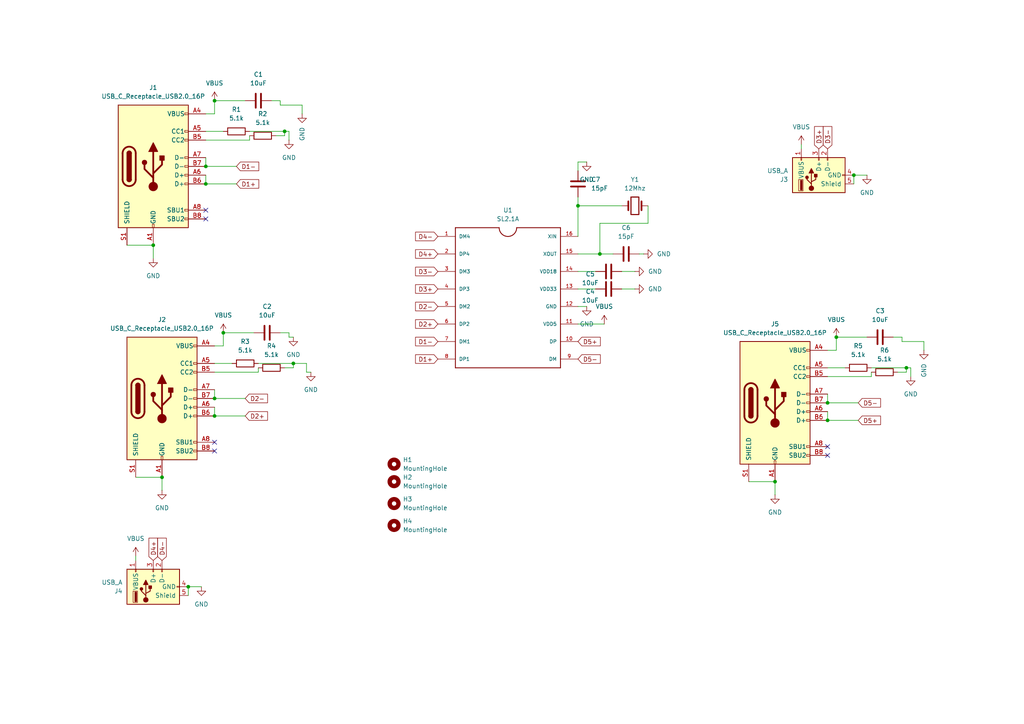
<source format=kicad_sch>
(kicad_sch
	(version 20250114)
	(generator "eeschema")
	(generator_version "9.0")
	(uuid "39451e1d-ce4a-41af-b388-ccce6f44abf8")
	(paper "A4")
	(lib_symbols
		(symbol "Connector:USB_A"
			(pin_names
				(offset 1.016)
			)
			(exclude_from_sim no)
			(in_bom yes)
			(on_board yes)
			(property "Reference" "J"
				(at -5.08 11.43 0)
				(effects
					(font
						(size 1.27 1.27)
					)
					(justify left)
				)
			)
			(property "Value" "USB_A"
				(at -5.08 8.89 0)
				(effects
					(font
						(size 1.27 1.27)
					)
					(justify left)
				)
			)
			(property "Footprint" ""
				(at 3.81 -1.27 0)
				(effects
					(font
						(size 1.27 1.27)
					)
					(hide yes)
				)
			)
			(property "Datasheet" "~"
				(at 3.81 -1.27 0)
				(effects
					(font
						(size 1.27 1.27)
					)
					(hide yes)
				)
			)
			(property "Description" "USB Type A connector"
				(at 0 0 0)
				(effects
					(font
						(size 1.27 1.27)
					)
					(hide yes)
				)
			)
			(property "ki_keywords" "connector USB"
				(at 0 0 0)
				(effects
					(font
						(size 1.27 1.27)
					)
					(hide yes)
				)
			)
			(property "ki_fp_filters" "USB*"
				(at 0 0 0)
				(effects
					(font
						(size 1.27 1.27)
					)
					(hide yes)
				)
			)
			(symbol "USB_A_0_1"
				(rectangle
					(start -5.08 -7.62)
					(end 5.08 7.62)
					(stroke
						(width 0.254)
						(type default)
					)
					(fill
						(type background)
					)
				)
				(circle
					(center -3.81 2.159)
					(radius 0.635)
					(stroke
						(width 0.254)
						(type default)
					)
					(fill
						(type outline)
					)
				)
				(polyline
					(pts
						(xy -3.175 2.159) (xy -2.54 2.159) (xy -1.27 3.429) (xy -0.635 3.429)
					)
					(stroke
						(width 0.254)
						(type default)
					)
					(fill
						(type none)
					)
				)
				(polyline
					(pts
						(xy -2.54 2.159) (xy -1.905 2.159) (xy -1.27 0.889) (xy 0 0.889)
					)
					(stroke
						(width 0.254)
						(type default)
					)
					(fill
						(type none)
					)
				)
				(rectangle
					(start -1.524 4.826)
					(end -4.318 5.334)
					(stroke
						(width 0)
						(type default)
					)
					(fill
						(type outline)
					)
				)
				(rectangle
					(start -1.27 4.572)
					(end -4.572 5.842)
					(stroke
						(width 0)
						(type default)
					)
					(fill
						(type none)
					)
				)
				(circle
					(center -0.635 3.429)
					(radius 0.381)
					(stroke
						(width 0.254)
						(type default)
					)
					(fill
						(type outline)
					)
				)
				(rectangle
					(start -0.127 -7.62)
					(end 0.127 -6.858)
					(stroke
						(width 0)
						(type default)
					)
					(fill
						(type none)
					)
				)
				(rectangle
					(start 0.254 1.27)
					(end -0.508 0.508)
					(stroke
						(width 0.254)
						(type default)
					)
					(fill
						(type outline)
					)
				)
				(polyline
					(pts
						(xy 0.635 2.794) (xy 0.635 1.524) (xy 1.905 2.159) (xy 0.635 2.794)
					)
					(stroke
						(width 0.254)
						(type default)
					)
					(fill
						(type outline)
					)
				)
				(rectangle
					(start 5.08 4.953)
					(end 4.318 5.207)
					(stroke
						(width 0)
						(type default)
					)
					(fill
						(type none)
					)
				)
				(rectangle
					(start 5.08 -0.127)
					(end 4.318 0.127)
					(stroke
						(width 0)
						(type default)
					)
					(fill
						(type none)
					)
				)
				(rectangle
					(start 5.08 -2.667)
					(end 4.318 -2.413)
					(stroke
						(width 0)
						(type default)
					)
					(fill
						(type none)
					)
				)
			)
			(symbol "USB_A_1_1"
				(polyline
					(pts
						(xy -1.905 2.159) (xy 0.635 2.159)
					)
					(stroke
						(width 0.254)
						(type default)
					)
					(fill
						(type none)
					)
				)
				(pin passive line
					(at -2.54 -10.16 90)
					(length 2.54)
					(name "Shield"
						(effects
							(font
								(size 1.27 1.27)
							)
						)
					)
					(number "5"
						(effects
							(font
								(size 1.27 1.27)
							)
						)
					)
				)
				(pin power_in line
					(at 0 -10.16 90)
					(length 2.54)
					(name "GND"
						(effects
							(font
								(size 1.27 1.27)
							)
						)
					)
					(number "4"
						(effects
							(font
								(size 1.27 1.27)
							)
						)
					)
				)
				(pin power_in line
					(at 7.62 5.08 180)
					(length 2.54)
					(name "VBUS"
						(effects
							(font
								(size 1.27 1.27)
							)
						)
					)
					(number "1"
						(effects
							(font
								(size 1.27 1.27)
							)
						)
					)
				)
				(pin bidirectional line
					(at 7.62 0 180)
					(length 2.54)
					(name "D+"
						(effects
							(font
								(size 1.27 1.27)
							)
						)
					)
					(number "3"
						(effects
							(font
								(size 1.27 1.27)
							)
						)
					)
				)
				(pin bidirectional line
					(at 7.62 -2.54 180)
					(length 2.54)
					(name "D-"
						(effects
							(font
								(size 1.27 1.27)
							)
						)
					)
					(number "2"
						(effects
							(font
								(size 1.27 1.27)
							)
						)
					)
				)
			)
			(embedded_fonts no)
		)
		(symbol "Connector:USB_C_Receptacle_USB2.0_16P"
			(pin_names
				(offset 1.016)
			)
			(exclude_from_sim no)
			(in_bom yes)
			(on_board yes)
			(property "Reference" "J"
				(at 0 22.225 0)
				(effects
					(font
						(size 1.27 1.27)
					)
				)
			)
			(property "Value" "USB_C_Receptacle_USB2.0_16P"
				(at 0 19.685 0)
				(effects
					(font
						(size 1.27 1.27)
					)
				)
			)
			(property "Footprint" ""
				(at 3.81 0 0)
				(effects
					(font
						(size 1.27 1.27)
					)
					(hide yes)
				)
			)
			(property "Datasheet" "https://www.usb.org/sites/default/files/documents/usb_type-c.zip"
				(at 3.81 0 0)
				(effects
					(font
						(size 1.27 1.27)
					)
					(hide yes)
				)
			)
			(property "Description" "USB 2.0-only 16P Type-C Receptacle connector"
				(at 0 0 0)
				(effects
					(font
						(size 1.27 1.27)
					)
					(hide yes)
				)
			)
			(property "ki_keywords" "usb universal serial bus type-C USB2.0"
				(at 0 0 0)
				(effects
					(font
						(size 1.27 1.27)
					)
					(hide yes)
				)
			)
			(property "ki_fp_filters" "USB*C*Receptacle*"
				(at 0 0 0)
				(effects
					(font
						(size 1.27 1.27)
					)
					(hide yes)
				)
			)
			(symbol "USB_C_Receptacle_USB2.0_16P_0_0"
				(rectangle
					(start -0.254 -17.78)
					(end 0.254 -16.764)
					(stroke
						(width 0)
						(type default)
					)
					(fill
						(type none)
					)
				)
				(rectangle
					(start 10.16 15.494)
					(end 9.144 14.986)
					(stroke
						(width 0)
						(type default)
					)
					(fill
						(type none)
					)
				)
				(rectangle
					(start 10.16 10.414)
					(end 9.144 9.906)
					(stroke
						(width 0)
						(type default)
					)
					(fill
						(type none)
					)
				)
				(rectangle
					(start 10.16 7.874)
					(end 9.144 7.366)
					(stroke
						(width 0)
						(type default)
					)
					(fill
						(type none)
					)
				)
				(rectangle
					(start 10.16 2.794)
					(end 9.144 2.286)
					(stroke
						(width 0)
						(type default)
					)
					(fill
						(type none)
					)
				)
				(rectangle
					(start 10.16 0.254)
					(end 9.144 -0.254)
					(stroke
						(width 0)
						(type default)
					)
					(fill
						(type none)
					)
				)
				(rectangle
					(start 10.16 -2.286)
					(end 9.144 -2.794)
					(stroke
						(width 0)
						(type default)
					)
					(fill
						(type none)
					)
				)
				(rectangle
					(start 10.16 -4.826)
					(end 9.144 -5.334)
					(stroke
						(width 0)
						(type default)
					)
					(fill
						(type none)
					)
				)
				(rectangle
					(start 10.16 -12.446)
					(end 9.144 -12.954)
					(stroke
						(width 0)
						(type default)
					)
					(fill
						(type none)
					)
				)
				(rectangle
					(start 10.16 -14.986)
					(end 9.144 -15.494)
					(stroke
						(width 0)
						(type default)
					)
					(fill
						(type none)
					)
				)
			)
			(symbol "USB_C_Receptacle_USB2.0_16P_0_1"
				(rectangle
					(start -10.16 17.78)
					(end 10.16 -17.78)
					(stroke
						(width 0.254)
						(type default)
					)
					(fill
						(type background)
					)
				)
				(polyline
					(pts
						(xy -8.89 -3.81) (xy -8.89 3.81)
					)
					(stroke
						(width 0.508)
						(type default)
					)
					(fill
						(type none)
					)
				)
				(rectangle
					(start -7.62 -3.81)
					(end -6.35 3.81)
					(stroke
						(width 0.254)
						(type default)
					)
					(fill
						(type outline)
					)
				)
				(arc
					(start -7.62 3.81)
					(mid -6.985 4.4423)
					(end -6.35 3.81)
					(stroke
						(width 0.254)
						(type default)
					)
					(fill
						(type none)
					)
				)
				(arc
					(start -7.62 3.81)
					(mid -6.985 4.4423)
					(end -6.35 3.81)
					(stroke
						(width 0.254)
						(type default)
					)
					(fill
						(type outline)
					)
				)
				(arc
					(start -8.89 3.81)
					(mid -6.985 5.7067)
					(end -5.08 3.81)
					(stroke
						(width 0.508)
						(type default)
					)
					(fill
						(type none)
					)
				)
				(arc
					(start -5.08 -3.81)
					(mid -6.985 -5.7067)
					(end -8.89 -3.81)
					(stroke
						(width 0.508)
						(type default)
					)
					(fill
						(type none)
					)
				)
				(arc
					(start -6.35 -3.81)
					(mid -6.985 -4.4423)
					(end -7.62 -3.81)
					(stroke
						(width 0.254)
						(type default)
					)
					(fill
						(type none)
					)
				)
				(arc
					(start -6.35 -3.81)
					(mid -6.985 -4.4423)
					(end -7.62 -3.81)
					(stroke
						(width 0.254)
						(type default)
					)
					(fill
						(type outline)
					)
				)
				(polyline
					(pts
						(xy -5.08 3.81) (xy -5.08 -3.81)
					)
					(stroke
						(width 0.508)
						(type default)
					)
					(fill
						(type none)
					)
				)
				(circle
					(center -2.54 1.143)
					(radius 0.635)
					(stroke
						(width 0.254)
						(type default)
					)
					(fill
						(type outline)
					)
				)
				(polyline
					(pts
						(xy -1.27 4.318) (xy 0 6.858) (xy 1.27 4.318) (xy -1.27 4.318)
					)
					(stroke
						(width 0.254)
						(type default)
					)
					(fill
						(type outline)
					)
				)
				(polyline
					(pts
						(xy 0 -2.032) (xy 2.54 0.508) (xy 2.54 1.778)
					)
					(stroke
						(width 0.508)
						(type default)
					)
					(fill
						(type none)
					)
				)
				(polyline
					(pts
						(xy 0 -3.302) (xy -2.54 -0.762) (xy -2.54 0.508)
					)
					(stroke
						(width 0.508)
						(type default)
					)
					(fill
						(type none)
					)
				)
				(polyline
					(pts
						(xy 0 -5.842) (xy 0 4.318)
					)
					(stroke
						(width 0.508)
						(type default)
					)
					(fill
						(type none)
					)
				)
				(circle
					(center 0 -5.842)
					(radius 1.27)
					(stroke
						(width 0)
						(type default)
					)
					(fill
						(type outline)
					)
				)
				(rectangle
					(start 1.905 1.778)
					(end 3.175 3.048)
					(stroke
						(width 0.254)
						(type default)
					)
					(fill
						(type outline)
					)
				)
			)
			(symbol "USB_C_Receptacle_USB2.0_16P_1_1"
				(pin passive line
					(at -7.62 -22.86 90)
					(length 5.08)
					(name "SHIELD"
						(effects
							(font
								(size 1.27 1.27)
							)
						)
					)
					(number "S1"
						(effects
							(font
								(size 1.27 1.27)
							)
						)
					)
				)
				(pin passive line
					(at 0 -22.86 90)
					(length 5.08)
					(name "GND"
						(effects
							(font
								(size 1.27 1.27)
							)
						)
					)
					(number "A1"
						(effects
							(font
								(size 1.27 1.27)
							)
						)
					)
				)
				(pin passive line
					(at 0 -22.86 90)
					(length 5.08)
					(hide yes)
					(name "GND"
						(effects
							(font
								(size 1.27 1.27)
							)
						)
					)
					(number "A12"
						(effects
							(font
								(size 1.27 1.27)
							)
						)
					)
				)
				(pin passive line
					(at 0 -22.86 90)
					(length 5.08)
					(hide yes)
					(name "GND"
						(effects
							(font
								(size 1.27 1.27)
							)
						)
					)
					(number "B1"
						(effects
							(font
								(size 1.27 1.27)
							)
						)
					)
				)
				(pin passive line
					(at 0 -22.86 90)
					(length 5.08)
					(hide yes)
					(name "GND"
						(effects
							(font
								(size 1.27 1.27)
							)
						)
					)
					(number "B12"
						(effects
							(font
								(size 1.27 1.27)
							)
						)
					)
				)
				(pin passive line
					(at 15.24 15.24 180)
					(length 5.08)
					(name "VBUS"
						(effects
							(font
								(size 1.27 1.27)
							)
						)
					)
					(number "A4"
						(effects
							(font
								(size 1.27 1.27)
							)
						)
					)
				)
				(pin passive line
					(at 15.24 15.24 180)
					(length 5.08)
					(hide yes)
					(name "VBUS"
						(effects
							(font
								(size 1.27 1.27)
							)
						)
					)
					(number "A9"
						(effects
							(font
								(size 1.27 1.27)
							)
						)
					)
				)
				(pin passive line
					(at 15.24 15.24 180)
					(length 5.08)
					(hide yes)
					(name "VBUS"
						(effects
							(font
								(size 1.27 1.27)
							)
						)
					)
					(number "B4"
						(effects
							(font
								(size 1.27 1.27)
							)
						)
					)
				)
				(pin passive line
					(at 15.24 15.24 180)
					(length 5.08)
					(hide yes)
					(name "VBUS"
						(effects
							(font
								(size 1.27 1.27)
							)
						)
					)
					(number "B9"
						(effects
							(font
								(size 1.27 1.27)
							)
						)
					)
				)
				(pin bidirectional line
					(at 15.24 10.16 180)
					(length 5.08)
					(name "CC1"
						(effects
							(font
								(size 1.27 1.27)
							)
						)
					)
					(number "A5"
						(effects
							(font
								(size 1.27 1.27)
							)
						)
					)
				)
				(pin bidirectional line
					(at 15.24 7.62 180)
					(length 5.08)
					(name "CC2"
						(effects
							(font
								(size 1.27 1.27)
							)
						)
					)
					(number "B5"
						(effects
							(font
								(size 1.27 1.27)
							)
						)
					)
				)
				(pin bidirectional line
					(at 15.24 2.54 180)
					(length 5.08)
					(name "D-"
						(effects
							(font
								(size 1.27 1.27)
							)
						)
					)
					(number "A7"
						(effects
							(font
								(size 1.27 1.27)
							)
						)
					)
				)
				(pin bidirectional line
					(at 15.24 0 180)
					(length 5.08)
					(name "D-"
						(effects
							(font
								(size 1.27 1.27)
							)
						)
					)
					(number "B7"
						(effects
							(font
								(size 1.27 1.27)
							)
						)
					)
				)
				(pin bidirectional line
					(at 15.24 -2.54 180)
					(length 5.08)
					(name "D+"
						(effects
							(font
								(size 1.27 1.27)
							)
						)
					)
					(number "A6"
						(effects
							(font
								(size 1.27 1.27)
							)
						)
					)
				)
				(pin bidirectional line
					(at 15.24 -5.08 180)
					(length 5.08)
					(name "D+"
						(effects
							(font
								(size 1.27 1.27)
							)
						)
					)
					(number "B6"
						(effects
							(font
								(size 1.27 1.27)
							)
						)
					)
				)
				(pin bidirectional line
					(at 15.24 -12.7 180)
					(length 5.08)
					(name "SBU1"
						(effects
							(font
								(size 1.27 1.27)
							)
						)
					)
					(number "A8"
						(effects
							(font
								(size 1.27 1.27)
							)
						)
					)
				)
				(pin bidirectional line
					(at 15.24 -15.24 180)
					(length 5.08)
					(name "SBU2"
						(effects
							(font
								(size 1.27 1.27)
							)
						)
					)
					(number "B8"
						(effects
							(font
								(size 1.27 1.27)
							)
						)
					)
				)
			)
			(embedded_fonts no)
		)
		(symbol "Device:C"
			(pin_numbers
				(hide yes)
			)
			(pin_names
				(offset 0.254)
			)
			(exclude_from_sim no)
			(in_bom yes)
			(on_board yes)
			(property "Reference" "C"
				(at 0.635 2.54 0)
				(effects
					(font
						(size 1.27 1.27)
					)
					(justify left)
				)
			)
			(property "Value" "C"
				(at 0.635 -2.54 0)
				(effects
					(font
						(size 1.27 1.27)
					)
					(justify left)
				)
			)
			(property "Footprint" ""
				(at 0.9652 -3.81 0)
				(effects
					(font
						(size 1.27 1.27)
					)
					(hide yes)
				)
			)
			(property "Datasheet" "~"
				(at 0 0 0)
				(effects
					(font
						(size 1.27 1.27)
					)
					(hide yes)
				)
			)
			(property "Description" "Unpolarized capacitor"
				(at 0 0 0)
				(effects
					(font
						(size 1.27 1.27)
					)
					(hide yes)
				)
			)
			(property "ki_keywords" "cap capacitor"
				(at 0 0 0)
				(effects
					(font
						(size 1.27 1.27)
					)
					(hide yes)
				)
			)
			(property "ki_fp_filters" "C_*"
				(at 0 0 0)
				(effects
					(font
						(size 1.27 1.27)
					)
					(hide yes)
				)
			)
			(symbol "C_0_1"
				(polyline
					(pts
						(xy -2.032 0.762) (xy 2.032 0.762)
					)
					(stroke
						(width 0.508)
						(type default)
					)
					(fill
						(type none)
					)
				)
				(polyline
					(pts
						(xy -2.032 -0.762) (xy 2.032 -0.762)
					)
					(stroke
						(width 0.508)
						(type default)
					)
					(fill
						(type none)
					)
				)
			)
			(symbol "C_1_1"
				(pin passive line
					(at 0 3.81 270)
					(length 2.794)
					(name "~"
						(effects
							(font
								(size 1.27 1.27)
							)
						)
					)
					(number "1"
						(effects
							(font
								(size 1.27 1.27)
							)
						)
					)
				)
				(pin passive line
					(at 0 -3.81 90)
					(length 2.794)
					(name "~"
						(effects
							(font
								(size 1.27 1.27)
							)
						)
					)
					(number "2"
						(effects
							(font
								(size 1.27 1.27)
							)
						)
					)
				)
			)
			(embedded_fonts no)
		)
		(symbol "Device:Crystal"
			(pin_numbers
				(hide yes)
			)
			(pin_names
				(offset 1.016)
				(hide yes)
			)
			(exclude_from_sim no)
			(in_bom yes)
			(on_board yes)
			(property "Reference" "Y"
				(at 0 3.81 0)
				(effects
					(font
						(size 1.27 1.27)
					)
				)
			)
			(property "Value" "Crystal"
				(at 0 -3.81 0)
				(effects
					(font
						(size 1.27 1.27)
					)
				)
			)
			(property "Footprint" ""
				(at 0 0 0)
				(effects
					(font
						(size 1.27 1.27)
					)
					(hide yes)
				)
			)
			(property "Datasheet" "~"
				(at 0 0 0)
				(effects
					(font
						(size 1.27 1.27)
					)
					(hide yes)
				)
			)
			(property "Description" "Two pin crystal"
				(at 0 0 0)
				(effects
					(font
						(size 1.27 1.27)
					)
					(hide yes)
				)
			)
			(property "ki_keywords" "quartz ceramic resonator oscillator"
				(at 0 0 0)
				(effects
					(font
						(size 1.27 1.27)
					)
					(hide yes)
				)
			)
			(property "ki_fp_filters" "Crystal*"
				(at 0 0 0)
				(effects
					(font
						(size 1.27 1.27)
					)
					(hide yes)
				)
			)
			(symbol "Crystal_0_1"
				(polyline
					(pts
						(xy -2.54 0) (xy -1.905 0)
					)
					(stroke
						(width 0)
						(type default)
					)
					(fill
						(type none)
					)
				)
				(polyline
					(pts
						(xy -1.905 -1.27) (xy -1.905 1.27)
					)
					(stroke
						(width 0.508)
						(type default)
					)
					(fill
						(type none)
					)
				)
				(rectangle
					(start -1.143 2.54)
					(end 1.143 -2.54)
					(stroke
						(width 0.3048)
						(type default)
					)
					(fill
						(type none)
					)
				)
				(polyline
					(pts
						(xy 1.905 -1.27) (xy 1.905 1.27)
					)
					(stroke
						(width 0.508)
						(type default)
					)
					(fill
						(type none)
					)
				)
				(polyline
					(pts
						(xy 2.54 0) (xy 1.905 0)
					)
					(stroke
						(width 0)
						(type default)
					)
					(fill
						(type none)
					)
				)
			)
			(symbol "Crystal_1_1"
				(pin passive line
					(at -3.81 0 0)
					(length 1.27)
					(name "1"
						(effects
							(font
								(size 1.27 1.27)
							)
						)
					)
					(number "1"
						(effects
							(font
								(size 1.27 1.27)
							)
						)
					)
				)
				(pin passive line
					(at 3.81 0 180)
					(length 1.27)
					(name "2"
						(effects
							(font
								(size 1.27 1.27)
							)
						)
					)
					(number "2"
						(effects
							(font
								(size 1.27 1.27)
							)
						)
					)
				)
			)
			(embedded_fonts no)
		)
		(symbol "Device:R"
			(pin_numbers
				(hide yes)
			)
			(pin_names
				(offset 0)
			)
			(exclude_from_sim no)
			(in_bom yes)
			(on_board yes)
			(property "Reference" "R"
				(at 2.032 0 90)
				(effects
					(font
						(size 1.27 1.27)
					)
				)
			)
			(property "Value" "R"
				(at 0 0 90)
				(effects
					(font
						(size 1.27 1.27)
					)
				)
			)
			(property "Footprint" ""
				(at -1.778 0 90)
				(effects
					(font
						(size 1.27 1.27)
					)
					(hide yes)
				)
			)
			(property "Datasheet" "~"
				(at 0 0 0)
				(effects
					(font
						(size 1.27 1.27)
					)
					(hide yes)
				)
			)
			(property "Description" "Resistor"
				(at 0 0 0)
				(effects
					(font
						(size 1.27 1.27)
					)
					(hide yes)
				)
			)
			(property "ki_keywords" "R res resistor"
				(at 0 0 0)
				(effects
					(font
						(size 1.27 1.27)
					)
					(hide yes)
				)
			)
			(property "ki_fp_filters" "R_*"
				(at 0 0 0)
				(effects
					(font
						(size 1.27 1.27)
					)
					(hide yes)
				)
			)
			(symbol "R_0_1"
				(rectangle
					(start -1.016 -2.54)
					(end 1.016 2.54)
					(stroke
						(width 0.254)
						(type default)
					)
					(fill
						(type none)
					)
				)
			)
			(symbol "R_1_1"
				(pin passive line
					(at 0 3.81 270)
					(length 1.27)
					(name "~"
						(effects
							(font
								(size 1.27 1.27)
							)
						)
					)
					(number "1"
						(effects
							(font
								(size 1.27 1.27)
							)
						)
					)
				)
				(pin passive line
					(at 0 -3.81 90)
					(length 1.27)
					(name "~"
						(effects
							(font
								(size 1.27 1.27)
							)
						)
					)
					(number "2"
						(effects
							(font
								(size 1.27 1.27)
							)
						)
					)
				)
			)
			(embedded_fonts no)
		)
		(symbol "Mechanical:MountingHole"
			(pin_names
				(offset 1.016)
			)
			(exclude_from_sim no)
			(in_bom no)
			(on_board yes)
			(property "Reference" "H"
				(at 0 5.08 0)
				(effects
					(font
						(size 1.27 1.27)
					)
				)
			)
			(property "Value" "MountingHole"
				(at 0 3.175 0)
				(effects
					(font
						(size 1.27 1.27)
					)
				)
			)
			(property "Footprint" ""
				(at 0 0 0)
				(effects
					(font
						(size 1.27 1.27)
					)
					(hide yes)
				)
			)
			(property "Datasheet" "~"
				(at 0 0 0)
				(effects
					(font
						(size 1.27 1.27)
					)
					(hide yes)
				)
			)
			(property "Description" "Mounting Hole without connection"
				(at 0 0 0)
				(effects
					(font
						(size 1.27 1.27)
					)
					(hide yes)
				)
			)
			(property "ki_keywords" "mounting hole"
				(at 0 0 0)
				(effects
					(font
						(size 1.27 1.27)
					)
					(hide yes)
				)
			)
			(property "ki_fp_filters" "MountingHole*"
				(at 0 0 0)
				(effects
					(font
						(size 1.27 1.27)
					)
					(hide yes)
				)
			)
			(symbol "MountingHole_0_1"
				(circle
					(center 0 0)
					(radius 1.27)
					(stroke
						(width 1.27)
						(type default)
					)
					(fill
						(type none)
					)
				)
			)
			(embedded_fonts no)
		)
		(symbol "SL2.1A:SL2.1A"
			(pin_names
				(offset 1.016)
			)
			(exclude_from_sim no)
			(in_bom yes)
			(on_board yes)
			(property "Reference" "U"
				(at 0 22.86 0)
				(effects
					(font
						(size 1.27 1.27)
					)
				)
			)
			(property "Value" "SL2.1A"
				(at 0 -22.86 0)
				(effects
					(font
						(size 1.27 1.27)
					)
				)
			)
			(property "Footprint" "SL2.1A:SO16"
				(at 0 0 0)
				(effects
					(font
						(size 1.27 1.27)
					)
					(justify bottom)
					(hide yes)
				)
			)
			(property "Datasheet" ""
				(at 0 0 0)
				(effects
					(font
						(size 1.27 1.27)
					)
					(hide yes)
				)
			)
			(property "Description" ""
				(at 0 0 0)
				(effects
					(font
						(size 1.27 1.27)
					)
					(hide yes)
				)
			)
			(property "MF" "CoreChips ShenZhen CO.,Ltd"
				(at 0 0 0)
				(effects
					(font
						(size 1.27 1.27)
					)
					(justify bottom)
					(hide yes)
				)
			)
			(property "Description_1" "USB 2.0 HIGH SPEED 4-PORT HUB CONTROLLER"
				(at 0 0 0)
				(effects
					(font
						(size 1.27 1.27)
					)
					(justify bottom)
					(hide yes)
				)
			)
			(property "Package" "Package"
				(at 0 0 0)
				(effects
					(font
						(size 1.27 1.27)
					)
					(justify bottom)
					(hide yes)
				)
			)
			(property "Price" "None"
				(at 0 0 0)
				(effects
					(font
						(size 1.27 1.27)
					)
					(justify bottom)
					(hide yes)
				)
			)
			(property "SnapEDA_Link" "https://www.snapeda.com/parts/SL2.1A/CoreChips+ShenZhen+CO.%252CLtd/view-part/?ref=snap"
				(at 0 0 0)
				(effects
					(font
						(size 1.27 1.27)
					)
					(justify bottom)
					(hide yes)
				)
			)
			(property "MP" "SL2.1A"
				(at 0 0 0)
				(effects
					(font
						(size 1.27 1.27)
					)
					(justify bottom)
					(hide yes)
				)
			)
			(property "Availability" "Not in stock"
				(at 0 0 0)
				(effects
					(font
						(size 1.27 1.27)
					)
					(justify bottom)
					(hide yes)
				)
			)
			(property "Check_prices" "https://www.snapeda.com/parts/SL2.1A/CoreChips+ShenZhen+CO.%252CLtd/view-part/?ref=eda"
				(at 0 0 0)
				(effects
					(font
						(size 1.27 1.27)
					)
					(justify bottom)
					(hide yes)
				)
			)
			(symbol "SL2.1A_0_0"
				(polyline
					(pts
						(xy -15.24 20.32) (xy -15.24 -20.32)
					)
					(stroke
						(width 0.254)
						(type default)
					)
					(fill
						(type none)
					)
				)
				(polyline
					(pts
						(xy -15.24 -20.32) (xy 15.24 -20.32)
					)
					(stroke
						(width 0.254)
						(type default)
					)
					(fill
						(type none)
					)
				)
				(polyline
					(pts
						(xy -2.54 20.32) (xy -15.24 20.32)
					)
					(stroke
						(width 0.254)
						(type default)
					)
					(fill
						(type none)
					)
				)
				(arc
					(start 2.54 20.32)
					(mid 0 17.791)
					(end -2.54 20.32)
					(stroke
						(width 0.254)
						(type default)
					)
					(fill
						(type none)
					)
				)
				(polyline
					(pts
						(xy 15.24 20.32) (xy 2.54 20.32)
					)
					(stroke
						(width 0.254)
						(type default)
					)
					(fill
						(type none)
					)
				)
				(polyline
					(pts
						(xy 15.24 -20.32) (xy 15.24 20.32)
					)
					(stroke
						(width 0.254)
						(type default)
					)
					(fill
						(type none)
					)
				)
				(pin bidirectional line
					(at -20.32 17.78 0)
					(length 5.08)
					(name "DM4"
						(effects
							(font
								(size 1.016 1.016)
							)
						)
					)
					(number "1"
						(effects
							(font
								(size 1.016 1.016)
							)
						)
					)
				)
				(pin bidirectional line
					(at -20.32 12.7 0)
					(length 5.08)
					(name "DP4"
						(effects
							(font
								(size 1.016 1.016)
							)
						)
					)
					(number "2"
						(effects
							(font
								(size 1.016 1.016)
							)
						)
					)
				)
				(pin bidirectional line
					(at -20.32 7.62 0)
					(length 5.08)
					(name "DM3"
						(effects
							(font
								(size 1.016 1.016)
							)
						)
					)
					(number "3"
						(effects
							(font
								(size 1.016 1.016)
							)
						)
					)
				)
				(pin bidirectional line
					(at -20.32 2.54 0)
					(length 5.08)
					(name "DP3"
						(effects
							(font
								(size 1.016 1.016)
							)
						)
					)
					(number "4"
						(effects
							(font
								(size 1.016 1.016)
							)
						)
					)
				)
				(pin bidirectional line
					(at -20.32 -2.54 0)
					(length 5.08)
					(name "DM2"
						(effects
							(font
								(size 1.016 1.016)
							)
						)
					)
					(number "5"
						(effects
							(font
								(size 1.016 1.016)
							)
						)
					)
				)
				(pin bidirectional line
					(at -20.32 -7.62 0)
					(length 5.08)
					(name "DP2"
						(effects
							(font
								(size 1.016 1.016)
							)
						)
					)
					(number "6"
						(effects
							(font
								(size 1.016 1.016)
							)
						)
					)
				)
				(pin bidirectional line
					(at -20.32 -12.7 0)
					(length 5.08)
					(name "DM1"
						(effects
							(font
								(size 1.016 1.016)
							)
						)
					)
					(number "7"
						(effects
							(font
								(size 1.016 1.016)
							)
						)
					)
				)
				(pin bidirectional line
					(at -20.32 -17.78 0)
					(length 5.08)
					(name "DP1"
						(effects
							(font
								(size 1.016 1.016)
							)
						)
					)
					(number "8"
						(effects
							(font
								(size 1.016 1.016)
							)
						)
					)
				)
				(pin bidirectional line
					(at 20.32 17.78 180)
					(length 5.08)
					(name "XIN"
						(effects
							(font
								(size 1.016 1.016)
							)
						)
					)
					(number "16"
						(effects
							(font
								(size 1.016 1.016)
							)
						)
					)
				)
				(pin bidirectional line
					(at 20.32 12.7 180)
					(length 5.08)
					(name "XOUT"
						(effects
							(font
								(size 1.016 1.016)
							)
						)
					)
					(number "15"
						(effects
							(font
								(size 1.016 1.016)
							)
						)
					)
				)
				(pin bidirectional line
					(at 20.32 7.62 180)
					(length 5.08)
					(name "VDD18"
						(effects
							(font
								(size 1.016 1.016)
							)
						)
					)
					(number "14"
						(effects
							(font
								(size 1.016 1.016)
							)
						)
					)
				)
				(pin bidirectional line
					(at 20.32 2.54 180)
					(length 5.08)
					(name "VDD33"
						(effects
							(font
								(size 1.016 1.016)
							)
						)
					)
					(number "13"
						(effects
							(font
								(size 1.016 1.016)
							)
						)
					)
				)
				(pin bidirectional line
					(at 20.32 -2.54 180)
					(length 5.08)
					(name "GND"
						(effects
							(font
								(size 1.016 1.016)
							)
						)
					)
					(number "12"
						(effects
							(font
								(size 1.016 1.016)
							)
						)
					)
				)
				(pin bidirectional line
					(at 20.32 -7.62 180)
					(length 5.08)
					(name "VDD5"
						(effects
							(font
								(size 1.016 1.016)
							)
						)
					)
					(number "11"
						(effects
							(font
								(size 1.016 1.016)
							)
						)
					)
				)
				(pin bidirectional line
					(at 20.32 -12.7 180)
					(length 5.08)
					(name "DP"
						(effects
							(font
								(size 1.016 1.016)
							)
						)
					)
					(number "10"
						(effects
							(font
								(size 1.016 1.016)
							)
						)
					)
				)
				(pin bidirectional line
					(at 20.32 -17.78 180)
					(length 5.08)
					(name "DM"
						(effects
							(font
								(size 1.016 1.016)
							)
						)
					)
					(number "9"
						(effects
							(font
								(size 1.016 1.016)
							)
						)
					)
				)
			)
			(embedded_fonts no)
		)
		(symbol "power:GND"
			(power)
			(pin_numbers
				(hide yes)
			)
			(pin_names
				(offset 0)
				(hide yes)
			)
			(exclude_from_sim no)
			(in_bom yes)
			(on_board yes)
			(property "Reference" "#PWR"
				(at 0 -6.35 0)
				(effects
					(font
						(size 1.27 1.27)
					)
					(hide yes)
				)
			)
			(property "Value" "GND"
				(at 0 -3.81 0)
				(effects
					(font
						(size 1.27 1.27)
					)
				)
			)
			(property "Footprint" ""
				(at 0 0 0)
				(effects
					(font
						(size 1.27 1.27)
					)
					(hide yes)
				)
			)
			(property "Datasheet" ""
				(at 0 0 0)
				(effects
					(font
						(size 1.27 1.27)
					)
					(hide yes)
				)
			)
			(property "Description" "Power symbol creates a global label with name \"GND\" , ground"
				(at 0 0 0)
				(effects
					(font
						(size 1.27 1.27)
					)
					(hide yes)
				)
			)
			(property "ki_keywords" "global power"
				(at 0 0 0)
				(effects
					(font
						(size 1.27 1.27)
					)
					(hide yes)
				)
			)
			(symbol "GND_0_1"
				(polyline
					(pts
						(xy 0 0) (xy 0 -1.27) (xy 1.27 -1.27) (xy 0 -2.54) (xy -1.27 -1.27) (xy 0 -1.27)
					)
					(stroke
						(width 0)
						(type default)
					)
					(fill
						(type none)
					)
				)
			)
			(symbol "GND_1_1"
				(pin power_in line
					(at 0 0 270)
					(length 0)
					(name "~"
						(effects
							(font
								(size 1.27 1.27)
							)
						)
					)
					(number "1"
						(effects
							(font
								(size 1.27 1.27)
							)
						)
					)
				)
			)
			(embedded_fonts no)
		)
		(symbol "power:VBUS"
			(power)
			(pin_numbers
				(hide yes)
			)
			(pin_names
				(offset 0)
				(hide yes)
			)
			(exclude_from_sim no)
			(in_bom yes)
			(on_board yes)
			(property "Reference" "#PWR"
				(at 0 -3.81 0)
				(effects
					(font
						(size 1.27 1.27)
					)
					(hide yes)
				)
			)
			(property "Value" "VBUS"
				(at 0 3.556 0)
				(effects
					(font
						(size 1.27 1.27)
					)
				)
			)
			(property "Footprint" ""
				(at 0 0 0)
				(effects
					(font
						(size 1.27 1.27)
					)
					(hide yes)
				)
			)
			(property "Datasheet" ""
				(at 0 0 0)
				(effects
					(font
						(size 1.27 1.27)
					)
					(hide yes)
				)
			)
			(property "Description" "Power symbol creates a global label with name \"VBUS\""
				(at 0 0 0)
				(effects
					(font
						(size 1.27 1.27)
					)
					(hide yes)
				)
			)
			(property "ki_keywords" "global power"
				(at 0 0 0)
				(effects
					(font
						(size 1.27 1.27)
					)
					(hide yes)
				)
			)
			(symbol "VBUS_0_1"
				(polyline
					(pts
						(xy -0.762 1.27) (xy 0 2.54)
					)
					(stroke
						(width 0)
						(type default)
					)
					(fill
						(type none)
					)
				)
				(polyline
					(pts
						(xy 0 2.54) (xy 0.762 1.27)
					)
					(stroke
						(width 0)
						(type default)
					)
					(fill
						(type none)
					)
				)
				(polyline
					(pts
						(xy 0 0) (xy 0 2.54)
					)
					(stroke
						(width 0)
						(type default)
					)
					(fill
						(type none)
					)
				)
			)
			(symbol "VBUS_1_1"
				(pin power_in line
					(at 0 0 90)
					(length 0)
					(name "~"
						(effects
							(font
								(size 1.27 1.27)
							)
						)
					)
					(number "1"
						(effects
							(font
								(size 1.27 1.27)
							)
						)
					)
				)
			)
			(embedded_fonts no)
		)
	)
	(junction
		(at 240.03 121.92)
		(diameter 0)
		(color 0 0 0 0)
		(uuid "1b8a1c3c-85f6-465b-9762-56a3333721e9")
	)
	(junction
		(at 173.99 73.66)
		(diameter 0)
		(color 0 0 0 0)
		(uuid "24888815-7e93-434c-bf2a-ae6161e6db4f")
	)
	(junction
		(at 82.55 38.1)
		(diameter 0)
		(color 0 0 0 0)
		(uuid "516cd5f8-8fe1-4d48-a99c-e31af4b80be4")
	)
	(junction
		(at 64.77 96.52)
		(diameter 0)
		(color 0 0 0 0)
		(uuid "5947588c-4bbf-4c1c-b286-be3c0221cbd4")
	)
	(junction
		(at 242.57 97.79)
		(diameter 0)
		(color 0 0 0 0)
		(uuid "67dbb4b2-6b65-47e8-b3f8-59d26631caba")
	)
	(junction
		(at 262.89 106.68)
		(diameter 0)
		(color 0 0 0 0)
		(uuid "722bf995-a6e8-410a-a295-9a6ce116160b")
	)
	(junction
		(at 44.45 71.12)
		(diameter 0)
		(color 0 0 0 0)
		(uuid "9f5c1927-8474-45f9-9283-bc58889dfbb2")
	)
	(junction
		(at 54.61 170.18)
		(diameter 0)
		(color 0 0 0 0)
		(uuid "a9da9c7e-b641-459c-8aa9-e7500661fe78")
	)
	(junction
		(at 59.69 53.34)
		(diameter 0)
		(color 0 0 0 0)
		(uuid "aab9c88b-fc2a-48c5-ade2-673f04eaa9a0")
	)
	(junction
		(at 62.23 29.21)
		(diameter 0)
		(color 0 0 0 0)
		(uuid "b8158749-6330-41ec-8d78-e2584cd963c0")
	)
	(junction
		(at 167.64 59.69)
		(diameter 0)
		(color 0 0 0 0)
		(uuid "bc7009af-92fa-4265-b253-efbfdae013c5")
	)
	(junction
		(at 247.65 50.8)
		(diameter 0)
		(color 0 0 0 0)
		(uuid "c33cdbd0-61c6-437a-a50c-7c5022d6fbec")
	)
	(junction
		(at 240.03 116.84)
		(diameter 0)
		(color 0 0 0 0)
		(uuid "c6ca9073-2600-41b2-bea8-2a9e6f70fc45")
	)
	(junction
		(at 224.79 139.7)
		(diameter 0)
		(color 0 0 0 0)
		(uuid "cab4eeac-aea1-439a-a97e-93df73372b6b")
	)
	(junction
		(at 85.09 105.41)
		(diameter 0)
		(color 0 0 0 0)
		(uuid "cc50f8a2-0d4c-4f2d-889a-1482eabc48af")
	)
	(junction
		(at 46.99 138.43)
		(diameter 0)
		(color 0 0 0 0)
		(uuid "cd519975-4e40-4843-8922-0f779a0fa9af")
	)
	(junction
		(at 62.23 115.57)
		(diameter 0)
		(color 0 0 0 0)
		(uuid "d0bf6b28-855d-4ed2-ae4a-eab3e6dece78")
	)
	(junction
		(at 59.69 48.26)
		(diameter 0)
		(color 0 0 0 0)
		(uuid "e8809244-07f7-4ff3-a104-1d489798fbb8")
	)
	(junction
		(at 62.23 120.65)
		(diameter 0)
		(color 0 0 0 0)
		(uuid "eaed6ece-0bb3-443a-9d3f-f9b86b38598b")
	)
	(no_connect
		(at 240.03 132.08)
		(uuid "267158cc-d6c3-4b19-91c5-20f1cc8f73ae")
	)
	(no_connect
		(at 59.69 63.5)
		(uuid "37ce2fe8-02aa-4631-b0f5-3e65477978aa")
	)
	(no_connect
		(at 62.23 128.27)
		(uuid "af97d3ea-a4e4-48b9-bc9a-44a5f0f2fdb0")
	)
	(no_connect
		(at 62.23 130.81)
		(uuid "cff350a8-c7bd-4eb5-a82e-26a445612d84")
	)
	(no_connect
		(at 240.03 129.54)
		(uuid "e761c067-0f51-4048-86fb-420a1179140d")
	)
	(no_connect
		(at 59.69 60.96)
		(uuid "fb677f46-6791-4e5e-81e3-370c2895fba0")
	)
	(wire
		(pts
			(xy 242.57 97.79) (xy 251.46 97.79)
		)
		(stroke
			(width 0)
			(type default)
		)
		(uuid "0483538a-ef16-4cd5-bf2a-e23851b44858")
	)
	(wire
		(pts
			(xy 62.23 29.21) (xy 62.23 33.02)
		)
		(stroke
			(width 0)
			(type default)
		)
		(uuid "0f34472d-266d-4a19-92b2-ac09439cab41")
	)
	(wire
		(pts
			(xy 180.34 83.82) (xy 184.15 83.82)
		)
		(stroke
			(width 0)
			(type default)
		)
		(uuid "10e117c3-17c8-4693-afd1-77aee56ec75f")
	)
	(wire
		(pts
			(xy 59.69 38.1) (xy 64.77 38.1)
		)
		(stroke
			(width 0)
			(type default)
		)
		(uuid "11e1998f-206d-4a80-9052-47a1b5449441")
	)
	(wire
		(pts
			(xy 247.65 53.34) (xy 247.65 50.8)
		)
		(stroke
			(width 0)
			(type default)
		)
		(uuid "12645c3e-45d3-4dc6-9fc0-a549b8df3a41")
	)
	(wire
		(pts
			(xy 88.9 105.41) (xy 85.09 105.41)
		)
		(stroke
			(width 0)
			(type default)
		)
		(uuid "13ad8b7e-a069-460d-b1db-1799a0b1310b")
	)
	(wire
		(pts
			(xy 240.03 121.92) (xy 248.92 121.92)
		)
		(stroke
			(width 0)
			(type default)
		)
		(uuid "141da00a-2016-4c26-90d1-184a3d9a625c")
	)
	(wire
		(pts
			(xy 81.28 30.48) (xy 87.63 30.48)
		)
		(stroke
			(width 0)
			(type default)
		)
		(uuid "1640c32e-aa38-4010-9c5f-7c219035b65f")
	)
	(wire
		(pts
			(xy 240.03 106.68) (xy 245.11 106.68)
		)
		(stroke
			(width 0)
			(type default)
		)
		(uuid "190c0878-e078-4ae8-890c-fa235958850b")
	)
	(wire
		(pts
			(xy 81.28 29.21) (xy 81.28 30.48)
		)
		(stroke
			(width 0)
			(type default)
		)
		(uuid "1ad08138-a671-42e6-9ba5-0c1257d3d18a")
	)
	(wire
		(pts
			(xy 173.99 64.77) (xy 173.99 73.66)
		)
		(stroke
			(width 0)
			(type default)
		)
		(uuid "1d7f99ef-bd9c-4422-91a9-b1794da9fa92")
	)
	(wire
		(pts
			(xy 74.93 105.41) (xy 85.09 105.41)
		)
		(stroke
			(width 0)
			(type default)
		)
		(uuid "22c82a9b-5ef2-49ba-88ef-a91c734ea4e1")
	)
	(wire
		(pts
			(xy 83.82 97.79) (xy 85.09 97.79)
		)
		(stroke
			(width 0)
			(type default)
		)
		(uuid "299da0c4-6dbc-40dc-8ebb-5aba538fba0b")
	)
	(wire
		(pts
			(xy 252.73 106.68) (xy 262.89 106.68)
		)
		(stroke
			(width 0)
			(type default)
		)
		(uuid "31610504-8a46-4107-8325-11fac46b0c07")
	)
	(wire
		(pts
			(xy 240.03 114.3) (xy 240.03 116.84)
		)
		(stroke
			(width 0)
			(type default)
		)
		(uuid "379df495-a744-42fe-911f-78e89581ac71")
	)
	(wire
		(pts
			(xy 81.28 96.52) (xy 83.82 96.52)
		)
		(stroke
			(width 0)
			(type default)
		)
		(uuid "395299a2-e934-4759-b948-95bf2237e97f")
	)
	(wire
		(pts
			(xy 167.64 57.15) (xy 167.64 59.69)
		)
		(stroke
			(width 0)
			(type default)
		)
		(uuid "3e757a9a-d900-4781-a49c-b74b4d355a2b")
	)
	(wire
		(pts
			(xy 62.23 113.03) (xy 62.23 115.57)
		)
		(stroke
			(width 0)
			(type default)
		)
		(uuid "3f479384-31bf-4f57-be6d-c9d721eb47a1")
	)
	(wire
		(pts
			(xy 167.64 88.9) (xy 170.18 88.9)
		)
		(stroke
			(width 0)
			(type default)
		)
		(uuid "4488a51a-365c-4808-aec1-4d1665235c74")
	)
	(wire
		(pts
			(xy 83.82 38.1) (xy 82.55 38.1)
		)
		(stroke
			(width 0)
			(type default)
		)
		(uuid "4711c71b-400f-4b55-a01c-80976c9e6de7")
	)
	(wire
		(pts
			(xy 264.16 109.22) (xy 264.16 106.68)
		)
		(stroke
			(width 0)
			(type default)
		)
		(uuid "47eec417-08ec-4139-8bbf-4a66a6cc51f0")
	)
	(wire
		(pts
			(xy 167.64 83.82) (xy 172.72 83.82)
		)
		(stroke
			(width 0)
			(type default)
		)
		(uuid "4d904a2b-aff7-4c92-9c28-30835579860d")
	)
	(wire
		(pts
			(xy 62.23 29.21) (xy 71.12 29.21)
		)
		(stroke
			(width 0)
			(type default)
		)
		(uuid "5033114c-fdae-4ec4-943a-e37719a94c01")
	)
	(wire
		(pts
			(xy 252.73 107.95) (xy 252.73 109.22)
		)
		(stroke
			(width 0)
			(type default)
		)
		(uuid "535625f3-b51a-4113-b2f5-59d833efbddb")
	)
	(wire
		(pts
			(xy 72.39 39.37) (xy 72.39 40.64)
		)
		(stroke
			(width 0)
			(type default)
		)
		(uuid "577f2f41-7e12-4569-b171-d180e4dda325")
	)
	(wire
		(pts
			(xy 262.89 107.95) (xy 262.89 106.68)
		)
		(stroke
			(width 0)
			(type default)
		)
		(uuid "5991a9cb-ee08-4737-8bff-a10deeb3af3a")
	)
	(wire
		(pts
			(xy 240.03 119.38) (xy 240.03 121.92)
		)
		(stroke
			(width 0)
			(type default)
		)
		(uuid "5de6672c-fa5e-4f0e-bd54-add5d53d703d")
	)
	(wire
		(pts
			(xy 78.74 29.21) (xy 81.28 29.21)
		)
		(stroke
			(width 0)
			(type default)
		)
		(uuid "604f7190-f5fe-4919-a0eb-932346128650")
	)
	(wire
		(pts
			(xy 267.97 99.06) (xy 267.97 101.6)
		)
		(stroke
			(width 0)
			(type default)
		)
		(uuid "61efe8de-602b-4bb4-a4b8-b8d2eebe7405")
	)
	(wire
		(pts
			(xy 185.42 73.66) (xy 186.69 73.66)
		)
		(stroke
			(width 0)
			(type default)
		)
		(uuid "699c17a1-e078-4266-85d3-d17f876b57b7")
	)
	(wire
		(pts
			(xy 260.35 107.95) (xy 262.89 107.95)
		)
		(stroke
			(width 0)
			(type default)
		)
		(uuid "6b018a16-92a5-43a9-bd90-0a360fe7994a")
	)
	(wire
		(pts
			(xy 167.64 49.53) (xy 167.64 46.99)
		)
		(stroke
			(width 0)
			(type default)
		)
		(uuid "6c36984d-7ceb-4bc3-9194-f7b71998a6e3")
	)
	(wire
		(pts
			(xy 261.62 97.79) (xy 261.62 99.06)
		)
		(stroke
			(width 0)
			(type default)
		)
		(uuid "6d1de4e2-8f06-492f-8894-eca1832f735e")
	)
	(wire
		(pts
			(xy 62.23 118.11) (xy 62.23 120.65)
		)
		(stroke
			(width 0)
			(type default)
		)
		(uuid "6d7ae5e1-7ad5-4504-b518-2aeccccbe663")
	)
	(wire
		(pts
			(xy 167.64 93.98) (xy 175.26 93.98)
		)
		(stroke
			(width 0)
			(type default)
		)
		(uuid "715ac6d0-355d-4a7e-a110-c3e39dbdc8a2")
	)
	(wire
		(pts
			(xy 240.03 101.6) (xy 242.57 101.6)
		)
		(stroke
			(width 0)
			(type default)
		)
		(uuid "76f5b55d-84ac-47e0-b490-9d33768431de")
	)
	(wire
		(pts
			(xy 72.39 38.1) (xy 82.55 38.1)
		)
		(stroke
			(width 0)
			(type default)
		)
		(uuid "77271f00-1e25-473d-8e37-1de408b83f3e")
	)
	(wire
		(pts
			(xy 90.17 107.95) (xy 88.9 107.95)
		)
		(stroke
			(width 0)
			(type default)
		)
		(uuid "78bbd353-40d2-43c1-b5a7-bde7dabc7331")
	)
	(wire
		(pts
			(xy 58.42 170.18) (xy 54.61 170.18)
		)
		(stroke
			(width 0)
			(type default)
		)
		(uuid "7c278cde-0dd1-4b83-a8a6-23c9316e0526")
	)
	(wire
		(pts
			(xy 240.03 116.84) (xy 248.92 116.84)
		)
		(stroke
			(width 0)
			(type default)
		)
		(uuid "7c3ce8ad-23cc-4140-9192-a0c7d75859cc")
	)
	(wire
		(pts
			(xy 251.46 50.8) (xy 247.65 50.8)
		)
		(stroke
			(width 0)
			(type default)
		)
		(uuid "82a34f7d-9656-4c4a-82c4-616c66dedb2b")
	)
	(wire
		(pts
			(xy 62.23 115.57) (xy 71.12 115.57)
		)
		(stroke
			(width 0)
			(type default)
		)
		(uuid "851d3275-33c6-4f39-9b4d-b3acaa81b2b2")
	)
	(wire
		(pts
			(xy 167.64 59.69) (xy 167.64 68.58)
		)
		(stroke
			(width 0)
			(type default)
		)
		(uuid "88658616-d7ac-4b96-9c83-dca8a827044b")
	)
	(wire
		(pts
			(xy 82.55 39.37) (xy 82.55 38.1)
		)
		(stroke
			(width 0)
			(type default)
		)
		(uuid "8b3db44d-8741-4305-a6d9-a7e14a00734c")
	)
	(wire
		(pts
			(xy 64.77 96.52) (xy 64.77 100.33)
		)
		(stroke
			(width 0)
			(type default)
		)
		(uuid "8b52c08e-d658-47c7-96ba-72b36cf8514a")
	)
	(wire
		(pts
			(xy 59.69 45.72) (xy 59.69 48.26)
		)
		(stroke
			(width 0)
			(type default)
		)
		(uuid "8c114d1a-5b9b-4d30-ad8d-fa978ebb0766")
	)
	(wire
		(pts
			(xy 62.23 100.33) (xy 64.77 100.33)
		)
		(stroke
			(width 0)
			(type default)
		)
		(uuid "8ed9f8ac-755e-41cc-8ca6-15588ec9075c")
	)
	(wire
		(pts
			(xy 173.99 73.66) (xy 167.64 73.66)
		)
		(stroke
			(width 0)
			(type default)
		)
		(uuid "90888519-8b42-4b32-bcb8-58fb16276276")
	)
	(wire
		(pts
			(xy 44.45 71.12) (xy 44.45 74.93)
		)
		(stroke
			(width 0)
			(type default)
		)
		(uuid "93a3c4c4-412c-47da-a32a-4aa9d6a8b7dc")
	)
	(wire
		(pts
			(xy 74.93 106.68) (xy 74.93 107.95)
		)
		(stroke
			(width 0)
			(type default)
		)
		(uuid "988a0ab4-38a2-41b3-8fb6-b5a88624eba2")
	)
	(wire
		(pts
			(xy 72.39 40.64) (xy 59.69 40.64)
		)
		(stroke
			(width 0)
			(type default)
		)
		(uuid "9948b304-722e-4140-8a55-18825830ce28")
	)
	(wire
		(pts
			(xy 82.55 106.68) (xy 85.09 106.68)
		)
		(stroke
			(width 0)
			(type default)
		)
		(uuid "9b5cc960-0286-4545-8b36-18e0370a7e9b")
	)
	(wire
		(pts
			(xy 59.69 50.8) (xy 59.69 53.34)
		)
		(stroke
			(width 0)
			(type default)
		)
		(uuid "9e6af699-adb9-49a8-b94c-1e3a322aa362")
	)
	(wire
		(pts
			(xy 167.64 59.69) (xy 180.34 59.69)
		)
		(stroke
			(width 0)
			(type default)
		)
		(uuid "a219ea35-a0af-499b-8f1f-39e4fb700eb4")
	)
	(wire
		(pts
			(xy 180.34 78.74) (xy 184.15 78.74)
		)
		(stroke
			(width 0)
			(type default)
		)
		(uuid "a427e755-2b73-4b60-a7ee-1e2309bb7714")
	)
	(wire
		(pts
			(xy 261.62 99.06) (xy 267.97 99.06)
		)
		(stroke
			(width 0)
			(type default)
		)
		(uuid "a7b4ee7d-4d7f-422e-b3e9-4c046c96cf72")
	)
	(wire
		(pts
			(xy 173.99 73.66) (xy 177.8 73.66)
		)
		(stroke
			(width 0)
			(type default)
		)
		(uuid "a9110a00-94ea-47e0-a079-2de63f0a2cb0")
	)
	(wire
		(pts
			(xy 62.23 105.41) (xy 67.31 105.41)
		)
		(stroke
			(width 0)
			(type default)
		)
		(uuid "aa11baa7-7523-48c2-8c84-8d30b30c0503")
	)
	(wire
		(pts
			(xy 39.37 162.56) (xy 39.37 161.29)
		)
		(stroke
			(width 0)
			(type default)
		)
		(uuid "aafd2e2c-6cb7-4d71-b289-0e437e44002b")
	)
	(wire
		(pts
			(xy 80.01 39.37) (xy 82.55 39.37)
		)
		(stroke
			(width 0)
			(type default)
		)
		(uuid "ada21f1c-f056-4ab0-b24e-56587b9dd864")
	)
	(wire
		(pts
			(xy 54.61 172.72) (xy 54.61 170.18)
		)
		(stroke
			(width 0)
			(type default)
		)
		(uuid "b959fe18-3055-4d8a-b695-0d03f8bfaf38")
	)
	(wire
		(pts
			(xy 187.96 64.77) (xy 187.96 59.69)
		)
		(stroke
			(width 0)
			(type default)
		)
		(uuid "b9699905-b533-47bd-a4fc-82daf8b7973c")
	)
	(wire
		(pts
			(xy 62.23 120.65) (xy 71.12 120.65)
		)
		(stroke
			(width 0)
			(type default)
		)
		(uuid "bcc77286-a6e4-4211-873a-6eb88260cadc")
	)
	(wire
		(pts
			(xy 167.64 78.74) (xy 172.72 78.74)
		)
		(stroke
			(width 0)
			(type default)
		)
		(uuid "c5659743-6691-43bd-a215-8e1ba46062a0")
	)
	(wire
		(pts
			(xy 83.82 40.64) (xy 83.82 38.1)
		)
		(stroke
			(width 0)
			(type default)
		)
		(uuid "c8f61c20-3ac5-4367-ac26-cf0b2d74ebef")
	)
	(wire
		(pts
			(xy 232.41 43.18) (xy 232.41 41.91)
		)
		(stroke
			(width 0)
			(type default)
		)
		(uuid "cc81f106-bbd5-4ce2-bfd2-037f9c7608c1")
	)
	(wire
		(pts
			(xy 87.63 30.48) (xy 87.63 33.02)
		)
		(stroke
			(width 0)
			(type default)
		)
		(uuid "d1e72a5f-6da2-4987-acb8-1ef4bd990821")
	)
	(wire
		(pts
			(xy 39.37 138.43) (xy 46.99 138.43)
		)
		(stroke
			(width 0)
			(type default)
		)
		(uuid "d66ef9ee-f047-4c72-92cb-376ef1e73d48")
	)
	(wire
		(pts
			(xy 59.69 53.34) (xy 68.58 53.34)
		)
		(stroke
			(width 0)
			(type default)
		)
		(uuid "da32606c-1cc9-408d-b876-fcec57a73d48")
	)
	(wire
		(pts
			(xy 83.82 96.52) (xy 83.82 97.79)
		)
		(stroke
			(width 0)
			(type default)
		)
		(uuid "ddf201db-6875-4ff4-99f7-59c8d88c831a")
	)
	(wire
		(pts
			(xy 85.09 106.68) (xy 85.09 105.41)
		)
		(stroke
			(width 0)
			(type default)
		)
		(uuid "e0bc7bd5-36c4-4363-b518-e78e07519268")
	)
	(wire
		(pts
			(xy 88.9 107.95) (xy 88.9 105.41)
		)
		(stroke
			(width 0)
			(type default)
		)
		(uuid "e4f13950-8116-4487-ad82-6ca71d7dd799")
	)
	(wire
		(pts
			(xy 224.79 139.7) (xy 224.79 143.51)
		)
		(stroke
			(width 0)
			(type default)
		)
		(uuid "e72f3d54-c575-4968-8002-ac2c81b96323")
	)
	(wire
		(pts
			(xy 167.64 46.99) (xy 170.18 46.99)
		)
		(stroke
			(width 0)
			(type default)
		)
		(uuid "e862157a-508e-4583-9611-250e3683278e")
	)
	(wire
		(pts
			(xy 259.08 97.79) (xy 261.62 97.79)
		)
		(stroke
			(width 0)
			(type default)
		)
		(uuid "eba66877-6bc8-44dd-8e81-77bee56ee7e9")
	)
	(wire
		(pts
			(xy 217.17 139.7) (xy 224.79 139.7)
		)
		(stroke
			(width 0)
			(type default)
		)
		(uuid "ecd6a9fc-c4d9-46dd-b084-65ce6770b049")
	)
	(wire
		(pts
			(xy 46.99 138.43) (xy 46.99 142.24)
		)
		(stroke
			(width 0)
			(type default)
		)
		(uuid "f07989e0-e174-4e14-b960-895b3ae38138")
	)
	(wire
		(pts
			(xy 36.83 71.12) (xy 44.45 71.12)
		)
		(stroke
			(width 0)
			(type default)
		)
		(uuid "f4d1ae4b-a507-48d6-a84b-b7053e0e674f")
	)
	(wire
		(pts
			(xy 242.57 97.79) (xy 242.57 101.6)
		)
		(stroke
			(width 0)
			(type default)
		)
		(uuid "f58335c1-f1c0-4983-bd88-cff7e2ee1562")
	)
	(wire
		(pts
			(xy 173.99 64.77) (xy 187.96 64.77)
		)
		(stroke
			(width 0)
			(type default)
		)
		(uuid "f6247035-1bb8-47a9-9fce-00edd92f4c32")
	)
	(wire
		(pts
			(xy 264.16 106.68) (xy 262.89 106.68)
		)
		(stroke
			(width 0)
			(type default)
		)
		(uuid "f68a549e-3034-41a3-9e3b-0817ad297c8d")
	)
	(wire
		(pts
			(xy 59.69 48.26) (xy 68.58 48.26)
		)
		(stroke
			(width 0)
			(type default)
		)
		(uuid "f80559bb-8928-4310-b881-b6ebb50a1c22")
	)
	(wire
		(pts
			(xy 59.69 33.02) (xy 62.23 33.02)
		)
		(stroke
			(width 0)
			(type default)
		)
		(uuid "fa27daaf-b930-4a8e-8a45-950f778505a5")
	)
	(wire
		(pts
			(xy 64.77 96.52) (xy 73.66 96.52)
		)
		(stroke
			(width 0)
			(type default)
		)
		(uuid "fbdfe50a-6c48-4385-bdc4-7293273aecc4")
	)
	(wire
		(pts
			(xy 252.73 109.22) (xy 240.03 109.22)
		)
		(stroke
			(width 0)
			(type default)
		)
		(uuid "fd176240-913d-415b-8410-af881e4384e3")
	)
	(wire
		(pts
			(xy 74.93 107.95) (xy 62.23 107.95)
		)
		(stroke
			(width 0)
			(type default)
		)
		(uuid "fe6e25c9-1c47-4b76-9dbd-8dc5301a4608")
	)
	(global_label "D2-"
		(shape input)
		(at 71.12 115.57 0)
		(fields_autoplaced yes)
		(effects
			(font
				(size 1.27 1.27)
			)
			(justify left)
		)
		(uuid "099f37aa-24b7-44c8-990e-d35455c64d2f")
		(property "Intersheetrefs" "${INTERSHEET_REFS}"
			(at 78.1571 115.57 0)
			(effects
				(font
					(size 1.27 1.27)
				)
				(justify left)
				(hide yes)
			)
		)
	)
	(global_label "D3-"
		(shape input)
		(at 240.03 43.18 90)
		(fields_autoplaced yes)
		(effects
			(font
				(size 1.27 1.27)
			)
			(justify left)
		)
		(uuid "1737de04-cdae-4c88-a61f-20289520d67a")
		(property "Intersheetrefs" "${INTERSHEET_REFS}"
			(at 240.03 36.1429 90)
			(effects
				(font
					(size 1.27 1.27)
				)
				(justify left)
				(hide yes)
			)
		)
	)
	(global_label "D2+"
		(shape input)
		(at 127 93.98 180)
		(fields_autoplaced yes)
		(effects
			(font
				(size 1.27 1.27)
			)
			(justify right)
		)
		(uuid "19685aae-7799-4e89-9b49-705912353938")
		(property "Intersheetrefs" "${INTERSHEET_REFS}"
			(at 119.9629 93.98 0)
			(effects
				(font
					(size 1.27 1.27)
				)
				(justify right)
				(hide yes)
			)
		)
	)
	(global_label "D4-"
		(shape input)
		(at 127 68.58 180)
		(fields_autoplaced yes)
		(effects
			(font
				(size 1.27 1.27)
			)
			(justify right)
		)
		(uuid "361ea740-6c65-4791-ac20-3709e2bdbc68")
		(property "Intersheetrefs" "${INTERSHEET_REFS}"
			(at 119.9629 68.58 0)
			(effects
				(font
					(size 1.27 1.27)
				)
				(justify right)
				(hide yes)
			)
		)
	)
	(global_label "D5+"
		(shape input)
		(at 248.92 121.92 0)
		(fields_autoplaced yes)
		(effects
			(font
				(size 1.27 1.27)
			)
			(justify left)
		)
		(uuid "36a53926-76c0-473b-840e-3d3f7f4a9d50")
		(property "Intersheetrefs" "${INTERSHEET_REFS}"
			(at 255.9571 121.92 0)
			(effects
				(font
					(size 1.27 1.27)
				)
				(justify left)
				(hide yes)
			)
		)
	)
	(global_label "D1-"
		(shape input)
		(at 68.58 48.26 0)
		(fields_autoplaced yes)
		(effects
			(font
				(size 1.27 1.27)
			)
			(justify left)
		)
		(uuid "4301e947-1bd1-417d-b202-b4fe8686ce37")
		(property "Intersheetrefs" "${INTERSHEET_REFS}"
			(at 75.6171 48.26 0)
			(effects
				(font
					(size 1.27 1.27)
				)
				(justify left)
				(hide yes)
			)
		)
	)
	(global_label "D1-"
		(shape input)
		(at 127 99.06 180)
		(fields_autoplaced yes)
		(effects
			(font
				(size 1.27 1.27)
			)
			(justify right)
		)
		(uuid "460a8ecf-0a27-491f-88d1-a94f8dbb1eab")
		(property "Intersheetrefs" "${INTERSHEET_REFS}"
			(at 119.9629 99.06 0)
			(effects
				(font
					(size 1.27 1.27)
				)
				(justify right)
				(hide yes)
			)
		)
	)
	(global_label "D5-"
		(shape input)
		(at 167.64 104.14 0)
		(fields_autoplaced yes)
		(effects
			(font
				(size 1.27 1.27)
			)
			(justify left)
		)
		(uuid "50b0c4bd-f559-4663-8134-897882a81de1")
		(property "Intersheetrefs" "${INTERSHEET_REFS}"
			(at 174.6771 104.14 0)
			(effects
				(font
					(size 1.27 1.27)
				)
				(justify left)
				(hide yes)
			)
		)
	)
	(global_label "D4+"
		(shape input)
		(at 44.45 162.56 90)
		(fields_autoplaced yes)
		(effects
			(font
				(size 1.27 1.27)
			)
			(justify left)
		)
		(uuid "6314d04f-1690-4ce2-a317-c4456beec7d0")
		(property "Intersheetrefs" "${INTERSHEET_REFS}"
			(at 44.45 155.5229 90)
			(effects
				(font
					(size 1.27 1.27)
				)
				(justify left)
				(hide yes)
			)
		)
	)
	(global_label "D1+"
		(shape input)
		(at 127 104.14 180)
		(fields_autoplaced yes)
		(effects
			(font
				(size 1.27 1.27)
			)
			(justify right)
		)
		(uuid "68880bcb-bdfe-405b-bbfc-93fd811f2a83")
		(property "Intersheetrefs" "${INTERSHEET_REFS}"
			(at 119.9629 104.14 0)
			(effects
				(font
					(size 1.27 1.27)
				)
				(justify right)
				(hide yes)
			)
		)
	)
	(global_label "D2-"
		(shape input)
		(at 127 88.9 180)
		(fields_autoplaced yes)
		(effects
			(font
				(size 1.27 1.27)
			)
			(justify right)
		)
		(uuid "6a71f048-b5ac-4ac1-9826-5a541daf9a9e")
		(property "Intersheetrefs" "${INTERSHEET_REFS}"
			(at 119.9629 88.9 0)
			(effects
				(font
					(size 1.27 1.27)
				)
				(justify right)
				(hide yes)
			)
		)
	)
	(global_label "D4+"
		(shape input)
		(at 127 73.66 180)
		(fields_autoplaced yes)
		(effects
			(font
				(size 1.27 1.27)
			)
			(justify right)
		)
		(uuid "6fde1235-a198-4ceb-a700-d8eead66bc98")
		(property "Intersheetrefs" "${INTERSHEET_REFS}"
			(at 119.9629 73.66 0)
			(effects
				(font
					(size 1.27 1.27)
				)
				(justify right)
				(hide yes)
			)
		)
	)
	(global_label "D5-"
		(shape input)
		(at 248.92 116.84 0)
		(fields_autoplaced yes)
		(effects
			(font
				(size 1.27 1.27)
			)
			(justify left)
		)
		(uuid "7298775a-0b61-4f1d-bd14-09e2c8dbde31")
		(property "Intersheetrefs" "${INTERSHEET_REFS}"
			(at 255.9571 116.84 0)
			(effects
				(font
					(size 1.27 1.27)
				)
				(justify left)
				(hide yes)
			)
		)
	)
	(global_label "D5+"
		(shape input)
		(at 167.64 99.06 0)
		(fields_autoplaced yes)
		(effects
			(font
				(size 1.27 1.27)
			)
			(justify left)
		)
		(uuid "797429d6-e019-4ab0-bf7f-6b14ac13c86e")
		(property "Intersheetrefs" "${INTERSHEET_REFS}"
			(at 174.6771 99.06 0)
			(effects
				(font
					(size 1.27 1.27)
				)
				(justify left)
				(hide yes)
			)
		)
	)
	(global_label "D3-"
		(shape input)
		(at 127 78.74 180)
		(fields_autoplaced yes)
		(effects
			(font
				(size 1.27 1.27)
			)
			(justify right)
		)
		(uuid "90223d5c-a07e-4cc9-bcf8-6c23a604e64b")
		(property "Intersheetrefs" "${INTERSHEET_REFS}"
			(at 119.9629 78.74 0)
			(effects
				(font
					(size 1.27 1.27)
				)
				(justify right)
				(hide yes)
			)
		)
	)
	(global_label "D2+"
		(shape input)
		(at 71.12 120.65 0)
		(fields_autoplaced yes)
		(effects
			(font
				(size 1.27 1.27)
			)
			(justify left)
		)
		(uuid "90ccc738-0dfd-4463-9740-3b1c6a27d5bb")
		(property "Intersheetrefs" "${INTERSHEET_REFS}"
			(at 78.1571 120.65 0)
			(effects
				(font
					(size 1.27 1.27)
				)
				(justify left)
				(hide yes)
			)
		)
	)
	(global_label "D1+"
		(shape input)
		(at 68.58 53.34 0)
		(fields_autoplaced yes)
		(effects
			(font
				(size 1.27 1.27)
			)
			(justify left)
		)
		(uuid "c1288902-f9e8-4d1e-abbd-b9d824ed58ee")
		(property "Intersheetrefs" "${INTERSHEET_REFS}"
			(at 75.6171 53.34 0)
			(effects
				(font
					(size 1.27 1.27)
				)
				(justify left)
				(hide yes)
			)
		)
	)
	(global_label "D3+"
		(shape input)
		(at 237.49 43.18 90)
		(fields_autoplaced yes)
		(effects
			(font
				(size 1.27 1.27)
			)
			(justify left)
		)
		(uuid "c135c2c4-7a48-4c43-9a60-21d4c4ec1fc5")
		(property "Intersheetrefs" "${INTERSHEET_REFS}"
			(at 237.49 36.1429 90)
			(effects
				(font
					(size 1.27 1.27)
				)
				(justify left)
				(hide yes)
			)
		)
	)
	(global_label "D3+"
		(shape input)
		(at 127 83.82 180)
		(fields_autoplaced yes)
		(effects
			(font
				(size 1.27 1.27)
			)
			(justify right)
		)
		(uuid "d171764d-01d7-47e0-bd20-0900af5e23ab")
		(property "Intersheetrefs" "${INTERSHEET_REFS}"
			(at 119.9629 83.82 0)
			(effects
				(font
					(size 1.27 1.27)
				)
				(justify right)
				(hide yes)
			)
		)
	)
	(global_label "D4-"
		(shape input)
		(at 46.99 162.56 90)
		(fields_autoplaced yes)
		(effects
			(font
				(size 1.27 1.27)
			)
			(justify left)
		)
		(uuid "e800961e-8fb0-4c7d-b757-dd3d8756c9fd")
		(property "Intersheetrefs" "${INTERSHEET_REFS}"
			(at 46.99 155.5229 90)
			(effects
				(font
					(size 1.27 1.27)
				)
				(justify left)
				(hide yes)
			)
		)
	)
	(symbol
		(lib_id "SL2.1A:SL2.1A")
		(at 147.32 86.36 0)
		(unit 1)
		(exclude_from_sim no)
		(in_bom yes)
		(on_board yes)
		(dnp no)
		(fields_autoplaced yes)
		(uuid "0194f621-2758-4ecb-8840-91282b99af33")
		(property "Reference" "U1"
			(at 147.32 60.96 0)
			(effects
				(font
					(size 1.27 1.27)
				)
			)
		)
		(property "Value" "SL2.1A"
			(at 147.32 63.5 0)
			(effects
				(font
					(size 1.27 1.27)
				)
			)
		)
		(property "Footprint" "SL2.1A:SO16"
			(at 147.32 86.36 0)
			(effects
				(font
					(size 1.27 1.27)
				)
				(justify bottom)
				(hide yes)
			)
		)
		(property "Datasheet" ""
			(at 147.32 86.36 0)
			(effects
				(font
					(size 1.27 1.27)
				)
				(hide yes)
			)
		)
		(property "Description" ""
			(at 147.32 86.36 0)
			(effects
				(font
					(size 1.27 1.27)
				)
				(hide yes)
			)
		)
		(property "MF" "CoreChips ShenZhen CO.,Ltd"
			(at 147.32 86.36 0)
			(effects
				(font
					(size 1.27 1.27)
				)
				(justify bottom)
				(hide yes)
			)
		)
		(property "Description_1" "USB 2.0 HIGH SPEED 4-PORT HUB CONTROLLER"
			(at 147.32 86.36 0)
			(effects
				(font
					(size 1.27 1.27)
				)
				(justify bottom)
				(hide yes)
			)
		)
		(property "Package" "Package"
			(at 147.32 86.36 0)
			(effects
				(font
					(size 1.27 1.27)
				)
				(justify bottom)
				(hide yes)
			)
		)
		(property "Price" "None"
			(at 147.32 86.36 0)
			(effects
				(font
					(size 1.27 1.27)
				)
				(justify bottom)
				(hide yes)
			)
		)
		(property "SnapEDA_Link" "https://www.snapeda.com/parts/SL2.1A/CoreChips+ShenZhen+CO.%252CLtd/view-part/?ref=snap"
			(at 147.32 86.36 0)
			(effects
				(font
					(size 1.27 1.27)
				)
				(justify bottom)
				(hide yes)
			)
		)
		(property "MP" "SL2.1A"
			(at 147.32 86.36 0)
			(effects
				(font
					(size 1.27 1.27)
				)
				(justify bottom)
				(hide yes)
			)
		)
		(property "Availability" "Not in stock"
			(at 147.32 86.36 0)
			(effects
				(font
					(size 1.27 1.27)
				)
				(justify bottom)
				(hide yes)
			)
		)
		(property "Check_prices" "https://www.snapeda.com/parts/SL2.1A/CoreChips+ShenZhen+CO.%252CLtd/view-part/?ref=eda"
			(at 147.32 86.36 0)
			(effects
				(font
					(size 1.27 1.27)
				)
				(justify bottom)
				(hide yes)
			)
		)
		(pin "3"
			(uuid "33ef06c9-0442-4f20-ba0e-a91d1f7185e6")
		)
		(pin "8"
			(uuid "5d85e7e1-0fc0-4d93-9484-5467aac050ef")
		)
		(pin "16"
			(uuid "a1da7f31-6b5a-4da1-b991-b09f1e0f210f")
		)
		(pin "15"
			(uuid "297bb126-f6bb-47d7-bfb8-48541df072bf")
		)
		(pin "1"
			(uuid "12141fd9-8ba7-49ff-9b66-de9cc91a9716")
		)
		(pin "2"
			(uuid "e287ff4c-8b76-4eb0-a75a-5eac40e4ce99")
		)
		(pin "4"
			(uuid "41cba115-6e8e-43c5-986e-458cfbc62daa")
		)
		(pin "6"
			(uuid "376fec6a-1b82-46da-82e4-d40b93ef946a")
		)
		(pin "5"
			(uuid "6d8110c6-be32-48f3-8c5a-2353effbf819")
		)
		(pin "7"
			(uuid "c35846a0-539d-4e88-a7d7-e8a7b2a63c2a")
		)
		(pin "14"
			(uuid "1e486b8f-2676-4fda-b3e3-1556adb3a56b")
		)
		(pin "11"
			(uuid "7d7ea1e6-5ab9-453d-b48b-ab9b19372b33")
		)
		(pin "10"
			(uuid "6a8d741b-9e51-46c7-b11c-a9316fe87afa")
		)
		(pin "12"
			(uuid "a9d4a28b-24bd-47fe-8f6a-618fa1309c86")
		)
		(pin "13"
			(uuid "6236f479-7eb2-48e6-830a-c265bd3c0f59")
		)
		(pin "9"
			(uuid "68c554a7-80f2-47c2-8767-2d938490a237")
		)
		(instances
			(project ""
				(path "/39451e1d-ce4a-41af-b388-ccce6f44abf8"
					(reference "U1")
					(unit 1)
				)
			)
		)
	)
	(symbol
		(lib_id "Mechanical:MountingHole")
		(at 114.3 134.62 0)
		(unit 1)
		(exclude_from_sim no)
		(in_bom no)
		(on_board yes)
		(dnp no)
		(fields_autoplaced yes)
		(uuid "07e7385a-f40e-4cb8-9d79-75952665da35")
		(property "Reference" "H1"
			(at 116.84 133.3499 0)
			(effects
				(font
					(size 1.27 1.27)
				)
				(justify left)
			)
		)
		(property "Value" "MountingHole"
			(at 116.84 135.8899 0)
			(effects
				(font
					(size 1.27 1.27)
				)
				(justify left)
			)
		)
		(property "Footprint" "MountingHole:MountingHole_2.2mm_M2"
			(at 114.3 134.62 0)
			(effects
				(font
					(size 1.27 1.27)
				)
				(hide yes)
			)
		)
		(property "Datasheet" "~"
			(at 114.3 134.62 0)
			(effects
				(font
					(size 1.27 1.27)
				)
				(hide yes)
			)
		)
		(property "Description" "Mounting Hole without connection"
			(at 114.3 134.62 0)
			(effects
				(font
					(size 1.27 1.27)
				)
				(hide yes)
			)
		)
		(instances
			(project ""
				(path "/39451e1d-ce4a-41af-b388-ccce6f44abf8"
					(reference "H1")
					(unit 1)
				)
			)
		)
	)
	(symbol
		(lib_id "Connector:USB_C_Receptacle_USB2.0_16P")
		(at 44.45 48.26 0)
		(unit 1)
		(exclude_from_sim no)
		(in_bom yes)
		(on_board yes)
		(dnp no)
		(fields_autoplaced yes)
		(uuid "147fb9ba-8e91-4a78-bb05-cc819a581d5d")
		(property "Reference" "J1"
			(at 44.45 25.4 0)
			(effects
				(font
					(size 1.27 1.27)
				)
			)
		)
		(property "Value" "USB_C_Receptacle_USB2.0_16P"
			(at 44.45 27.94 0)
			(effects
				(font
					(size 1.27 1.27)
				)
			)
		)
		(property "Footprint" "Connector_USB:USB_C_Receptacle_G-Switch_GT-USB-7010ASV"
			(at 48.26 48.26 0)
			(effects
				(font
					(size 1.27 1.27)
				)
				(hide yes)
			)
		)
		(property "Datasheet" "https://www.usb.org/sites/default/files/documents/usb_type-c.zip"
			(at 48.26 48.26 0)
			(effects
				(font
					(size 1.27 1.27)
				)
				(hide yes)
			)
		)
		(property "Description" "USB 2.0-only 16P Type-C Receptacle connector"
			(at 44.45 48.26 0)
			(effects
				(font
					(size 1.27 1.27)
				)
				(hide yes)
			)
		)
		(pin "B4"
			(uuid "7a11b433-23eb-4649-8490-9e4780539585")
		)
		(pin "A5"
			(uuid "249b453e-53aa-4692-affe-b3fd1ab2868c")
		)
		(pin "A1"
			(uuid "fb707eaa-f9c4-484f-98de-1a95c899b27c")
		)
		(pin "B12"
			(uuid "bc7b3b6a-2661-4099-9165-3e549a06beeb")
		)
		(pin "B1"
			(uuid "b03c3af8-3b87-4e13-8b6a-50dfd23606ad")
		)
		(pin "A4"
			(uuid "7e7b9810-9481-4f6b-99fc-82e71c9e6379")
		)
		(pin "A12"
			(uuid "71d2740f-4801-4fba-b5c5-7c9095b18611")
		)
		(pin "A9"
			(uuid "4c590e0e-9537-49fd-88a9-e01d347bff32")
		)
		(pin "S1"
			(uuid "14bacf81-341b-43fa-8efc-663093deeebb")
		)
		(pin "B9"
			(uuid "f1d2f22d-9789-4bad-9065-66aca41404cc")
		)
		(pin "A7"
			(uuid "34030738-adf4-4e8e-ac8c-327cae6bb497")
		)
		(pin "B6"
			(uuid "29be71ac-5e34-4d79-965f-4bfa42f32d41")
		)
		(pin "B8"
			(uuid "f3eb3443-3101-4eb9-b822-4f9c31b3a65d")
		)
		(pin "A6"
			(uuid "9c9262f0-6f9c-4a3e-b412-88b1a3d3aa09")
		)
		(pin "B5"
			(uuid "61de2bf7-d88a-4bdb-981e-7d50b64ac7d1")
		)
		(pin "B7"
			(uuid "96d47e5c-1a05-40fd-a274-c9736594be59")
		)
		(pin "A8"
			(uuid "b1fce106-68dd-409f-ad3e-6dd1386b8968")
		)
		(instances
			(project ""
				(path "/39451e1d-ce4a-41af-b388-ccce6f44abf8"
					(reference "J1")
					(unit 1)
				)
			)
		)
	)
	(symbol
		(lib_id "Mechanical:MountingHole")
		(at 114.3 152.4 0)
		(unit 1)
		(exclude_from_sim no)
		(in_bom no)
		(on_board yes)
		(dnp no)
		(fields_autoplaced yes)
		(uuid "16fc97d2-1e0d-4c01-ad2b-d2da8e0209ba")
		(property "Reference" "H4"
			(at 116.84 151.1299 0)
			(effects
				(font
					(size 1.27 1.27)
				)
				(justify left)
			)
		)
		(property "Value" "MountingHole"
			(at 116.84 153.6699 0)
			(effects
				(font
					(size 1.27 1.27)
				)
				(justify left)
			)
		)
		(property "Footprint" "MountingHole:MountingHole_2.2mm_M2"
			(at 114.3 152.4 0)
			(effects
				(font
					(size 1.27 1.27)
				)
				(hide yes)
			)
		)
		(property "Datasheet" "~"
			(at 114.3 152.4 0)
			(effects
				(font
					(size 1.27 1.27)
				)
				(hide yes)
			)
		)
		(property "Description" "Mounting Hole without connection"
			(at 114.3 152.4 0)
			(effects
				(font
					(size 1.27 1.27)
				)
				(hide yes)
			)
		)
		(instances
			(project "jenin usb hub"
				(path "/39451e1d-ce4a-41af-b388-ccce6f44abf8"
					(reference "H4")
					(unit 1)
				)
			)
		)
	)
	(symbol
		(lib_id "power:GND")
		(at 267.97 101.6 0)
		(unit 1)
		(exclude_from_sim no)
		(in_bom yes)
		(on_board yes)
		(dnp no)
		(uuid "1e8944d0-3a8e-4f14-8f65-0b8943da647c")
		(property "Reference" "#PWR016"
			(at 267.97 107.95 0)
			(effects
				(font
					(size 1.27 1.27)
				)
				(hide yes)
			)
		)
		(property "Value" "GND"
			(at 267.9701 105.41 90)
			(effects
				(font
					(size 1.27 1.27)
				)
				(justify right)
			)
		)
		(property "Footprint" ""
			(at 267.97 101.6 0)
			(effects
				(font
					(size 1.27 1.27)
				)
				(hide yes)
			)
		)
		(property "Datasheet" ""
			(at 267.97 101.6 0)
			(effects
				(font
					(size 1.27 1.27)
				)
				(hide yes)
			)
		)
		(property "Description" "Power symbol creates a global label with name \"GND\" , ground"
			(at 267.97 101.6 0)
			(effects
				(font
					(size 1.27 1.27)
				)
				(hide yes)
			)
		)
		(pin "1"
			(uuid "8c84940c-f399-4fac-a126-b0c187a94ece")
		)
		(instances
			(project "jenin usb hub"
				(path "/39451e1d-ce4a-41af-b388-ccce6f44abf8"
					(reference "#PWR016")
					(unit 1)
				)
			)
		)
	)
	(symbol
		(lib_id "power:VBUS")
		(at 62.23 29.21 0)
		(unit 1)
		(exclude_from_sim no)
		(in_bom yes)
		(on_board yes)
		(dnp no)
		(fields_autoplaced yes)
		(uuid "22972615-2a4c-4894-992e-3a020614493b")
		(property "Reference" "#PWR01"
			(at 62.23 33.02 0)
			(effects
				(font
					(size 1.27 1.27)
				)
				(hide yes)
			)
		)
		(property "Value" "VBUS"
			(at 62.23 24.13 0)
			(effects
				(font
					(size 1.27 1.27)
				)
			)
		)
		(property "Footprint" ""
			(at 62.23 29.21 0)
			(effects
				(font
					(size 1.27 1.27)
				)
				(hide yes)
			)
		)
		(property "Datasheet" ""
			(at 62.23 29.21 0)
			(effects
				(font
					(size 1.27 1.27)
				)
				(hide yes)
			)
		)
		(property "Description" "Power symbol creates a global label with name \"VBUS\""
			(at 62.23 29.21 0)
			(effects
				(font
					(size 1.27 1.27)
				)
				(hide yes)
			)
		)
		(pin "1"
			(uuid "9e3971ea-1f3d-4ac0-8cf0-a1c15b6486b6")
		)
		(instances
			(project ""
				(path "/39451e1d-ce4a-41af-b388-ccce6f44abf8"
					(reference "#PWR01")
					(unit 1)
				)
			)
		)
	)
	(symbol
		(lib_id "Device:R")
		(at 71.12 105.41 90)
		(unit 1)
		(exclude_from_sim no)
		(in_bom yes)
		(on_board yes)
		(dnp no)
		(fields_autoplaced yes)
		(uuid "24501b98-e750-4200-8429-fe74aa65db76")
		(property "Reference" "R3"
			(at 71.12 99.06 90)
			(effects
				(font
					(size 1.27 1.27)
				)
			)
		)
		(property "Value" "5.1k"
			(at 71.12 101.6 90)
			(effects
				(font
					(size 1.27 1.27)
				)
			)
		)
		(property "Footprint" "Resistor_SMD:R_0603_1608Metric"
			(at 71.12 107.188 90)
			(effects
				(font
					(size 1.27 1.27)
				)
				(hide yes)
			)
		)
		(property "Datasheet" "~"
			(at 71.12 105.41 0)
			(effects
				(font
					(size 1.27 1.27)
				)
				(hide yes)
			)
		)
		(property "Description" "Resistor"
			(at 71.12 105.41 0)
			(effects
				(font
					(size 1.27 1.27)
				)
				(hide yes)
			)
		)
		(pin "2"
			(uuid "19c80002-30cf-48ba-b953-8d70e0bd5a36")
		)
		(pin "1"
			(uuid "5ddeccfb-10f6-488a-8673-404dee5e0924")
		)
		(instances
			(project "jenin usb hub"
				(path "/39451e1d-ce4a-41af-b388-ccce6f44abf8"
					(reference "R3")
					(unit 1)
				)
			)
		)
	)
	(symbol
		(lib_id "Connector:USB_A")
		(at 237.49 50.8 90)
		(unit 1)
		(exclude_from_sim no)
		(in_bom yes)
		(on_board yes)
		(dnp no)
		(fields_autoplaced yes)
		(uuid "2d116a75-2a0f-4e98-a0c0-3eb0571dd619")
		(property "Reference" "J3"
			(at 228.6 52.0701 90)
			(effects
				(font
					(size 1.27 1.27)
				)
				(justify left)
			)
		)
		(property "Value" "USB_A"
			(at 228.6 49.5301 90)
			(effects
				(font
					(size 1.27 1.27)
				)
				(justify left)
			)
		)
		(property "Footprint" "Connector_USB:USB_A_Receptacle_GCT_USB1046"
			(at 238.76 46.99 0)
			(effects
				(font
					(size 1.27 1.27)
				)
				(hide yes)
			)
		)
		(property "Datasheet" "~"
			(at 238.76 46.99 0)
			(effects
				(font
					(size 1.27 1.27)
				)
				(hide yes)
			)
		)
		(property "Description" "USB Type A connector"
			(at 237.49 50.8 0)
			(effects
				(font
					(size 1.27 1.27)
				)
				(hide yes)
			)
		)
		(pin "4"
			(uuid "90b9c299-b565-4d9d-bc3e-e79d9381d6d1")
		)
		(pin "5"
			(uuid "a903d265-8413-4022-8bec-21f22d3214b5")
		)
		(pin "2"
			(uuid "9009884e-97f4-4237-87f3-817176621747")
		)
		(pin "3"
			(uuid "b01edcf8-7c09-4cb1-a1bb-0a7eca1b9ff3")
		)
		(pin "1"
			(uuid "79b2dcf6-e51d-4cf3-a1f6-f6691e5d6a99")
		)
		(instances
			(project ""
				(path "/39451e1d-ce4a-41af-b388-ccce6f44abf8"
					(reference "J3")
					(unit 1)
				)
			)
		)
	)
	(symbol
		(lib_id "power:GND")
		(at 90.17 107.95 0)
		(unit 1)
		(exclude_from_sim no)
		(in_bom yes)
		(on_board yes)
		(dnp no)
		(fields_autoplaced yes)
		(uuid "2d6b45e0-6b78-4b23-b019-da493293107d")
		(property "Reference" "#PWR08"
			(at 90.17 114.3 0)
			(effects
				(font
					(size 1.27 1.27)
				)
				(hide yes)
			)
		)
		(property "Value" "GND"
			(at 90.17 113.03 0)
			(effects
				(font
					(size 1.27 1.27)
				)
			)
		)
		(property "Footprint" ""
			(at 90.17 107.95 0)
			(effects
				(font
					(size 1.27 1.27)
				)
				(hide yes)
			)
		)
		(property "Datasheet" ""
			(at 90.17 107.95 0)
			(effects
				(font
					(size 1.27 1.27)
				)
				(hide yes)
			)
		)
		(property "Description" "Power symbol creates a global label with name \"GND\" , ground"
			(at 90.17 107.95 0)
			(effects
				(font
					(size 1.27 1.27)
				)
				(hide yes)
			)
		)
		(pin "1"
			(uuid "f4ae0cf9-ebb9-4938-8ac4-5a28d67e163a")
		)
		(instances
			(project "jenin usb hub"
				(path "/39451e1d-ce4a-41af-b388-ccce6f44abf8"
					(reference "#PWR08")
					(unit 1)
				)
			)
		)
	)
	(symbol
		(lib_id "Device:R")
		(at 68.58 38.1 90)
		(unit 1)
		(exclude_from_sim no)
		(in_bom yes)
		(on_board yes)
		(dnp no)
		(fields_autoplaced yes)
		(uuid "3127c6ae-ca6b-401a-b30d-feff6420a932")
		(property "Reference" "R1"
			(at 68.58 31.75 90)
			(effects
				(font
					(size 1.27 1.27)
				)
			)
		)
		(property "Value" "5.1k"
			(at 68.58 34.29 90)
			(effects
				(font
					(size 1.27 1.27)
				)
			)
		)
		(property "Footprint" "Resistor_SMD:R_0603_1608Metric"
			(at 68.58 39.878 90)
			(effects
				(font
					(size 1.27 1.27)
				)
				(hide yes)
			)
		)
		(property "Datasheet" "~"
			(at 68.58 38.1 0)
			(effects
				(font
					(size 1.27 1.27)
				)
				(hide yes)
			)
		)
		(property "Description" "Resistor"
			(at 68.58 38.1 0)
			(effects
				(font
					(size 1.27 1.27)
				)
				(hide yes)
			)
		)
		(pin "2"
			(uuid "bf28fef3-6eb8-418c-9d8e-23a726df8c6d")
		)
		(pin "1"
			(uuid "d35b0730-2f47-416d-85df-ce3a684ea3cc")
		)
		(instances
			(project ""
				(path "/39451e1d-ce4a-41af-b388-ccce6f44abf8"
					(reference "R1")
					(unit 1)
				)
			)
		)
	)
	(symbol
		(lib_id "Device:C")
		(at 181.61 73.66 270)
		(mirror x)
		(unit 1)
		(exclude_from_sim no)
		(in_bom yes)
		(on_board yes)
		(dnp no)
		(uuid "34dd72b6-9dae-43a0-b162-ce5dd6ab7493")
		(property "Reference" "C6"
			(at 181.61 66.04 90)
			(effects
				(font
					(size 1.27 1.27)
				)
			)
		)
		(property "Value" "15pF"
			(at 181.61 68.58 90)
			(effects
				(font
					(size 1.27 1.27)
				)
			)
		)
		(property "Footprint" "Capacitor_SMD:C_0805_2012Metric"
			(at 177.8 72.6948 0)
			(effects
				(font
					(size 1.27 1.27)
				)
				(hide yes)
			)
		)
		(property "Datasheet" "~"
			(at 181.61 73.66 0)
			(effects
				(font
					(size 1.27 1.27)
				)
				(hide yes)
			)
		)
		(property "Description" "Unpolarized capacitor"
			(at 181.61 73.66 0)
			(effects
				(font
					(size 1.27 1.27)
				)
				(hide yes)
			)
		)
		(pin "1"
			(uuid "60e3d6fa-f5b4-470a-a810-24708f407bb7")
		)
		(pin "2"
			(uuid "58aafad3-ff3f-4b5d-87e3-a723344d0753")
		)
		(instances
			(project ""
				(path "/39451e1d-ce4a-41af-b388-ccce6f44abf8"
					(reference "C6")
					(unit 1)
				)
			)
		)
	)
	(symbol
		(lib_id "Mechanical:MountingHole")
		(at 114.3 139.7 0)
		(unit 1)
		(exclude_from_sim no)
		(in_bom no)
		(on_board yes)
		(dnp no)
		(fields_autoplaced yes)
		(uuid "36ca3c70-b564-4772-9218-1c84b000c48f")
		(property "Reference" "H2"
			(at 116.84 138.4299 0)
			(effects
				(font
					(size 1.27 1.27)
				)
				(justify left)
			)
		)
		(property "Value" "MountingHole"
			(at 116.84 140.9699 0)
			(effects
				(font
					(size 1.27 1.27)
				)
				(justify left)
			)
		)
		(property "Footprint" "MountingHole:MountingHole_2.2mm_M2"
			(at 114.3 139.7 0)
			(effects
				(font
					(size 1.27 1.27)
				)
				(hide yes)
			)
		)
		(property "Datasheet" "~"
			(at 114.3 139.7 0)
			(effects
				(font
					(size 1.27 1.27)
				)
				(hide yes)
			)
		)
		(property "Description" "Mounting Hole without connection"
			(at 114.3 139.7 0)
			(effects
				(font
					(size 1.27 1.27)
				)
				(hide yes)
			)
		)
		(instances
			(project "jenin usb hub"
				(path "/39451e1d-ce4a-41af-b388-ccce6f44abf8"
					(reference "H2")
					(unit 1)
				)
			)
		)
	)
	(symbol
		(lib_id "Device:Crystal")
		(at 184.15 59.69 0)
		(unit 1)
		(exclude_from_sim no)
		(in_bom yes)
		(on_board yes)
		(dnp no)
		(fields_autoplaced yes)
		(uuid "36fd6448-c3b2-468c-8b50-52d713a89d17")
		(property "Reference" "Y1"
			(at 184.15 52.07 0)
			(effects
				(font
					(size 1.27 1.27)
				)
			)
		)
		(property "Value" "12Mhz"
			(at 184.15 54.61 0)
			(effects
				(font
					(size 1.27 1.27)
				)
			)
		)
		(property "Footprint" "Crystal:Crystal_SMD_3225-4Pin_3.2x2.5mm"
			(at 184.15 59.69 0)
			(effects
				(font
					(size 1.27 1.27)
				)
				(hide yes)
			)
		)
		(property "Datasheet" "~"
			(at 184.15 59.69 0)
			(effects
				(font
					(size 1.27 1.27)
				)
				(hide yes)
			)
		)
		(property "Description" "Two pin crystal"
			(at 184.15 59.69 0)
			(effects
				(font
					(size 1.27 1.27)
				)
				(hide yes)
			)
		)
		(pin "1"
			(uuid "5004b13d-6cc3-47cc-a7aa-406c1ddd9915")
		)
		(pin "2"
			(uuid "62107a6b-9190-4306-97af-f3b4b74b6a65")
		)
		(instances
			(project ""
				(path "/39451e1d-ce4a-41af-b388-ccce6f44abf8"
					(reference "Y1")
					(unit 1)
				)
			)
		)
	)
	(symbol
		(lib_id "power:GND")
		(at 46.99 142.24 0)
		(unit 1)
		(exclude_from_sim no)
		(in_bom yes)
		(on_board yes)
		(dnp no)
		(fields_autoplaced yes)
		(uuid "3b9bce99-0b5b-4281-acc0-eaa27bb00f6a")
		(property "Reference" "#PWR05"
			(at 46.99 148.59 0)
			(effects
				(font
					(size 1.27 1.27)
				)
				(hide yes)
			)
		)
		(property "Value" "GND"
			(at 46.99 147.32 0)
			(effects
				(font
					(size 1.27 1.27)
				)
			)
		)
		(property "Footprint" ""
			(at 46.99 142.24 0)
			(effects
				(font
					(size 1.27 1.27)
				)
				(hide yes)
			)
		)
		(property "Datasheet" ""
			(at 46.99 142.24 0)
			(effects
				(font
					(size 1.27 1.27)
				)
				(hide yes)
			)
		)
		(property "Description" "Power symbol creates a global label with name \"GND\" , ground"
			(at 46.99 142.24 0)
			(effects
				(font
					(size 1.27 1.27)
				)
				(hide yes)
			)
		)
		(pin "1"
			(uuid "931b08d3-f38a-4e3b-b380-add2c4275c22")
		)
		(instances
			(project "jenin usb hub"
				(path "/39451e1d-ce4a-41af-b388-ccce6f44abf8"
					(reference "#PWR05")
					(unit 1)
				)
			)
		)
	)
	(symbol
		(lib_id "power:GND")
		(at 85.09 97.79 0)
		(unit 1)
		(exclude_from_sim no)
		(in_bom yes)
		(on_board yes)
		(dnp no)
		(fields_autoplaced yes)
		(uuid "3e9e6b32-1be0-4bd7-a704-536170771c10")
		(property "Reference" "#PWR07"
			(at 85.09 104.14 0)
			(effects
				(font
					(size 1.27 1.27)
				)
				(hide yes)
			)
		)
		(property "Value" "GND"
			(at 85.09 102.87 0)
			(effects
				(font
					(size 1.27 1.27)
				)
			)
		)
		(property "Footprint" ""
			(at 85.09 97.79 0)
			(effects
				(font
					(size 1.27 1.27)
				)
				(hide yes)
			)
		)
		(property "Datasheet" ""
			(at 85.09 97.79 0)
			(effects
				(font
					(size 1.27 1.27)
				)
				(hide yes)
			)
		)
		(property "Description" "Power symbol creates a global label with name \"GND\" , ground"
			(at 85.09 97.79 0)
			(effects
				(font
					(size 1.27 1.27)
				)
				(hide yes)
			)
		)
		(pin "1"
			(uuid "a6414b29-61d3-4d50-8a14-ae58aeff9fb3")
		)
		(instances
			(project "jenin usb hub"
				(path "/39451e1d-ce4a-41af-b388-ccce6f44abf8"
					(reference "#PWR07")
					(unit 1)
				)
			)
		)
	)
	(symbol
		(lib_id "power:GND")
		(at 251.46 50.8 0)
		(unit 1)
		(exclude_from_sim no)
		(in_bom yes)
		(on_board yes)
		(dnp no)
		(fields_autoplaced yes)
		(uuid "40e9f5d4-f4b1-45ea-ac10-23e10fffe755")
		(property "Reference" "#PWR09"
			(at 251.46 57.15 0)
			(effects
				(font
					(size 1.27 1.27)
				)
				(hide yes)
			)
		)
		(property "Value" "GND"
			(at 251.46 55.88 0)
			(effects
				(font
					(size 1.27 1.27)
				)
			)
		)
		(property "Footprint" ""
			(at 251.46 50.8 0)
			(effects
				(font
					(size 1.27 1.27)
				)
				(hide yes)
			)
		)
		(property "Datasheet" ""
			(at 251.46 50.8 0)
			(effects
				(font
					(size 1.27 1.27)
				)
				(hide yes)
			)
		)
		(property "Description" "Power symbol creates a global label with name \"GND\" , ground"
			(at 251.46 50.8 0)
			(effects
				(font
					(size 1.27 1.27)
				)
				(hide yes)
			)
		)
		(pin "1"
			(uuid "82b1665c-fb31-4aa7-bc1d-603f6f037295")
		)
		(instances
			(project ""
				(path "/39451e1d-ce4a-41af-b388-ccce6f44abf8"
					(reference "#PWR09")
					(unit 1)
				)
			)
		)
	)
	(symbol
		(lib_id "Device:C")
		(at 176.53 78.74 90)
		(unit 1)
		(exclude_from_sim no)
		(in_bom yes)
		(on_board yes)
		(dnp no)
		(uuid "41dbe0f8-d075-4eec-ac64-27771252f57c")
		(property "Reference" "C5"
			(at 171.196 79.502 90)
			(effects
				(font
					(size 1.27 1.27)
				)
			)
		)
		(property "Value" "10uF"
			(at 171.196 82.042 90)
			(effects
				(font
					(size 1.27 1.27)
				)
			)
		)
		(property "Footprint" "Capacitor_SMD:C_0805_2012Metric"
			(at 180.34 77.7748 0)
			(effects
				(font
					(size 1.27 1.27)
				)
				(hide yes)
			)
		)
		(property "Datasheet" "~"
			(at 176.53 78.74 0)
			(effects
				(font
					(size 1.27 1.27)
				)
				(hide yes)
			)
		)
		(property "Description" "Unpolarized capacitor"
			(at 176.53 78.74 0)
			(effects
				(font
					(size 1.27 1.27)
				)
				(hide yes)
			)
		)
		(pin "2"
			(uuid "3d8134dc-d6d8-4a7d-b612-2b6c9e004269")
		)
		(pin "1"
			(uuid "d4ac6855-514c-40f0-a14a-77402f3c9f68")
		)
		(instances
			(project "jenin usb hub"
				(path "/39451e1d-ce4a-41af-b388-ccce6f44abf8"
					(reference "C5")
					(unit 1)
				)
			)
		)
	)
	(symbol
		(lib_id "Device:C")
		(at 167.64 53.34 0)
		(unit 1)
		(exclude_from_sim no)
		(in_bom yes)
		(on_board yes)
		(dnp no)
		(fields_autoplaced yes)
		(uuid "4237c4e3-bfa4-4ad1-9865-c923688df04c")
		(property "Reference" "C7"
			(at 171.45 52.0699 0)
			(effects
				(font
					(size 1.27 1.27)
				)
				(justify left)
			)
		)
		(property "Value" "15pF"
			(at 171.45 54.6099 0)
			(effects
				(font
					(size 1.27 1.27)
				)
				(justify left)
			)
		)
		(property "Footprint" "Capacitor_SMD:C_0805_2012Metric"
			(at 168.6052 57.15 0)
			(effects
				(font
					(size 1.27 1.27)
				)
				(hide yes)
			)
		)
		(property "Datasheet" "~"
			(at 167.64 53.34 0)
			(effects
				(font
					(size 1.27 1.27)
				)
				(hide yes)
			)
		)
		(property "Description" "Unpolarized capacitor"
			(at 167.64 53.34 0)
			(effects
				(font
					(size 1.27 1.27)
				)
				(hide yes)
			)
		)
		(pin "2"
			(uuid "39ea2f8b-d0d3-4d8c-a59b-01b59c19e3ef")
		)
		(pin "1"
			(uuid "b8388825-a3f3-4441-adde-9418aa46ec1c")
		)
		(instances
			(project ""
				(path "/39451e1d-ce4a-41af-b388-ccce6f44abf8"
					(reference "C7")
					(unit 1)
				)
			)
		)
	)
	(symbol
		(lib_id "power:VBUS")
		(at 175.26 93.98 0)
		(unit 1)
		(exclude_from_sim no)
		(in_bom yes)
		(on_board yes)
		(dnp no)
		(fields_autoplaced yes)
		(uuid "44fc942a-6d70-498a-8312-b7b335b7f9c0")
		(property "Reference" "#PWR017"
			(at 175.26 97.79 0)
			(effects
				(font
					(size 1.27 1.27)
				)
				(hide yes)
			)
		)
		(property "Value" "VBUS"
			(at 175.26 88.9 0)
			(effects
				(font
					(size 1.27 1.27)
				)
			)
		)
		(property "Footprint" ""
			(at 175.26 93.98 0)
			(effects
				(font
					(size 1.27 1.27)
				)
				(hide yes)
			)
		)
		(property "Datasheet" ""
			(at 175.26 93.98 0)
			(effects
				(font
					(size 1.27 1.27)
				)
				(hide yes)
			)
		)
		(property "Description" "Power symbol creates a global label with name \"VBUS\""
			(at 175.26 93.98 0)
			(effects
				(font
					(size 1.27 1.27)
				)
				(hide yes)
			)
		)
		(pin "1"
			(uuid "38c8a8b0-723f-47e6-86a9-1dd1e67d0493")
		)
		(instances
			(project ""
				(path "/39451e1d-ce4a-41af-b388-ccce6f44abf8"
					(reference "#PWR017")
					(unit 1)
				)
			)
		)
	)
	(symbol
		(lib_id "Device:C")
		(at 176.53 83.82 90)
		(unit 1)
		(exclude_from_sim no)
		(in_bom yes)
		(on_board yes)
		(dnp no)
		(uuid "453fd133-6629-409b-9b41-eba971895278")
		(property "Reference" "C4"
			(at 171.196 84.582 90)
			(effects
				(font
					(size 1.27 1.27)
				)
			)
		)
		(property "Value" "10uF"
			(at 171.196 87.122 90)
			(effects
				(font
					(size 1.27 1.27)
				)
			)
		)
		(property "Footprint" "Capacitor_SMD:C_0805_2012Metric"
			(at 180.34 82.8548 0)
			(effects
				(font
					(size 1.27 1.27)
				)
				(hide yes)
			)
		)
		(property "Datasheet" "~"
			(at 176.53 83.82 0)
			(effects
				(font
					(size 1.27 1.27)
				)
				(hide yes)
			)
		)
		(property "Description" "Unpolarized capacitor"
			(at 176.53 83.82 0)
			(effects
				(font
					(size 1.27 1.27)
				)
				(hide yes)
			)
		)
		(pin "2"
			(uuid "f5ad042b-8bd5-48c7-ac49-0259245e5941")
		)
		(pin "1"
			(uuid "a1807615-8393-4059-9aa9-6e63cf27452d")
		)
		(instances
			(project ""
				(path "/39451e1d-ce4a-41af-b388-ccce6f44abf8"
					(reference "C4")
					(unit 1)
				)
			)
		)
	)
	(symbol
		(lib_id "power:VBUS")
		(at 64.77 96.52 0)
		(unit 1)
		(exclude_from_sim no)
		(in_bom yes)
		(on_board yes)
		(dnp no)
		(fields_autoplaced yes)
		(uuid "46254990-b0a2-4ad3-8dff-b4e72b8c8e1f")
		(property "Reference" "#PWR06"
			(at 64.77 100.33 0)
			(effects
				(font
					(size 1.27 1.27)
				)
				(hide yes)
			)
		)
		(property "Value" "VBUS"
			(at 64.77 91.44 0)
			(effects
				(font
					(size 1.27 1.27)
				)
			)
		)
		(property "Footprint" ""
			(at 64.77 96.52 0)
			(effects
				(font
					(size 1.27 1.27)
				)
				(hide yes)
			)
		)
		(property "Datasheet" ""
			(at 64.77 96.52 0)
			(effects
				(font
					(size 1.27 1.27)
				)
				(hide yes)
			)
		)
		(property "Description" "Power symbol creates a global label with name \"VBUS\""
			(at 64.77 96.52 0)
			(effects
				(font
					(size 1.27 1.27)
				)
				(hide yes)
			)
		)
		(pin "1"
			(uuid "bb23e115-4ba1-4938-a76e-0493427cb5d1")
		)
		(instances
			(project "jenin usb hub"
				(path "/39451e1d-ce4a-41af-b388-ccce6f44abf8"
					(reference "#PWR06")
					(unit 1)
				)
			)
		)
	)
	(symbol
		(lib_id "power:GND")
		(at 58.42 170.18 0)
		(unit 1)
		(exclude_from_sim no)
		(in_bom yes)
		(on_board yes)
		(dnp no)
		(fields_autoplaced yes)
		(uuid "5418d5a9-73b4-4e03-94ec-d7dd7a2bd4c8")
		(property "Reference" "#PWR012"
			(at 58.42 176.53 0)
			(effects
				(font
					(size 1.27 1.27)
				)
				(hide yes)
			)
		)
		(property "Value" "GND"
			(at 58.42 175.26 0)
			(effects
				(font
					(size 1.27 1.27)
				)
			)
		)
		(property "Footprint" ""
			(at 58.42 170.18 0)
			(effects
				(font
					(size 1.27 1.27)
				)
				(hide yes)
			)
		)
		(property "Datasheet" ""
			(at 58.42 170.18 0)
			(effects
				(font
					(size 1.27 1.27)
				)
				(hide yes)
			)
		)
		(property "Description" "Power symbol creates a global label with name \"GND\" , ground"
			(at 58.42 170.18 0)
			(effects
				(font
					(size 1.27 1.27)
				)
				(hide yes)
			)
		)
		(pin "1"
			(uuid "1eff3bd7-ec45-4355-bfcc-5683206a1cdc")
		)
		(instances
			(project "jenin usb hub"
				(path "/39451e1d-ce4a-41af-b388-ccce6f44abf8"
					(reference "#PWR012")
					(unit 1)
				)
			)
		)
	)
	(symbol
		(lib_id "power:VBUS")
		(at 39.37 161.29 0)
		(unit 1)
		(exclude_from_sim no)
		(in_bom yes)
		(on_board yes)
		(dnp no)
		(fields_autoplaced yes)
		(uuid "5dc61f8f-ddca-49ba-9677-9b8ee558e569")
		(property "Reference" "#PWR011"
			(at 39.37 165.1 0)
			(effects
				(font
					(size 1.27 1.27)
				)
				(hide yes)
			)
		)
		(property "Value" "VBUS"
			(at 39.37 156.21 0)
			(effects
				(font
					(size 1.27 1.27)
				)
			)
		)
		(property "Footprint" ""
			(at 39.37 161.29 0)
			(effects
				(font
					(size 1.27 1.27)
				)
				(hide yes)
			)
		)
		(property "Datasheet" ""
			(at 39.37 161.29 0)
			(effects
				(font
					(size 1.27 1.27)
				)
				(hide yes)
			)
		)
		(property "Description" "Power symbol creates a global label with name \"VBUS\""
			(at 39.37 161.29 0)
			(effects
				(font
					(size 1.27 1.27)
				)
				(hide yes)
			)
		)
		(pin "1"
			(uuid "9f0a17a2-182d-4bc4-b438-9982146f2c9d")
		)
		(instances
			(project "jenin usb hub"
				(path "/39451e1d-ce4a-41af-b388-ccce6f44abf8"
					(reference "#PWR011")
					(unit 1)
				)
			)
		)
	)
	(symbol
		(lib_id "power:GND")
		(at 186.69 73.66 90)
		(unit 1)
		(exclude_from_sim no)
		(in_bom yes)
		(on_board yes)
		(dnp no)
		(fields_autoplaced yes)
		(uuid "7bdcdd48-fcec-4fd7-b8a5-60ed34d67d48")
		(property "Reference" "#PWR021"
			(at 193.04 73.66 0)
			(effects
				(font
					(size 1.27 1.27)
				)
				(hide yes)
			)
		)
		(property "Value" "GND"
			(at 190.5 73.6599 90)
			(effects
				(font
					(size 1.27 1.27)
				)
				(justify right)
			)
		)
		(property "Footprint" ""
			(at 186.69 73.66 0)
			(effects
				(font
					(size 1.27 1.27)
				)
				(hide yes)
			)
		)
		(property "Datasheet" ""
			(at 186.69 73.66 0)
			(effects
				(font
					(size 1.27 1.27)
				)
				(hide yes)
			)
		)
		(property "Description" "Power symbol creates a global label with name \"GND\" , ground"
			(at 186.69 73.66 0)
			(effects
				(font
					(size 1.27 1.27)
				)
				(hide yes)
			)
		)
		(pin "1"
			(uuid "e57c4498-6a3c-45c3-af59-c80deeaa01bc")
		)
		(instances
			(project ""
				(path "/39451e1d-ce4a-41af-b388-ccce6f44abf8"
					(reference "#PWR021")
					(unit 1)
				)
			)
		)
	)
	(symbol
		(lib_id "power:GND")
		(at 184.15 83.82 90)
		(unit 1)
		(exclude_from_sim no)
		(in_bom yes)
		(on_board yes)
		(dnp no)
		(fields_autoplaced yes)
		(uuid "7f7a7f96-80e2-4134-9a25-cd326d86edfd")
		(property "Reference" "#PWR019"
			(at 190.5 83.82 0)
			(effects
				(font
					(size 1.27 1.27)
				)
				(hide yes)
			)
		)
		(property "Value" "GND"
			(at 187.96 83.8199 90)
			(effects
				(font
					(size 1.27 1.27)
				)
				(justify right)
			)
		)
		(property "Footprint" ""
			(at 184.15 83.82 0)
			(effects
				(font
					(size 1.27 1.27)
				)
				(hide yes)
			)
		)
		(property "Datasheet" ""
			(at 184.15 83.82 0)
			(effects
				(font
					(size 1.27 1.27)
				)
				(hide yes)
			)
		)
		(property "Description" "Power symbol creates a global label with name \"GND\" , ground"
			(at 184.15 83.82 0)
			(effects
				(font
					(size 1.27 1.27)
				)
				(hide yes)
			)
		)
		(pin "1"
			(uuid "ef244f55-2470-44d9-8fa6-27dd8c61d96d")
		)
		(instances
			(project ""
				(path "/39451e1d-ce4a-41af-b388-ccce6f44abf8"
					(reference "#PWR019")
					(unit 1)
				)
			)
		)
	)
	(symbol
		(lib_id "Device:C")
		(at 255.27 97.79 90)
		(unit 1)
		(exclude_from_sim no)
		(in_bom yes)
		(on_board yes)
		(dnp no)
		(fields_autoplaced yes)
		(uuid "81aab8ff-5bf4-4c6e-8256-5750d6218e74")
		(property "Reference" "C3"
			(at 255.27 90.17 90)
			(effects
				(font
					(size 1.27 1.27)
				)
			)
		)
		(property "Value" "10uF"
			(at 255.27 92.71 90)
			(effects
				(font
					(size 1.27 1.27)
				)
			)
		)
		(property "Footprint" "Capacitor_SMD:C_0805_2012Metric"
			(at 259.08 96.8248 0)
			(effects
				(font
					(size 1.27 1.27)
				)
				(hide yes)
			)
		)
		(property "Datasheet" "~"
			(at 255.27 97.79 0)
			(effects
				(font
					(size 1.27 1.27)
				)
				(hide yes)
			)
		)
		(property "Description" "Unpolarized capacitor"
			(at 255.27 97.79 0)
			(effects
				(font
					(size 1.27 1.27)
				)
				(hide yes)
			)
		)
		(pin "1"
			(uuid "f20e26e8-005a-43b1-b852-b7fb5c74f38f")
		)
		(pin "2"
			(uuid "a01b2f3e-5230-46fc-93eb-b17edcc50b81")
		)
		(instances
			(project "jenin usb hub"
				(path "/39451e1d-ce4a-41af-b388-ccce6f44abf8"
					(reference "C3")
					(unit 1)
				)
			)
		)
	)
	(symbol
		(lib_id "Mechanical:MountingHole")
		(at 114.3 146.05 0)
		(unit 1)
		(exclude_from_sim no)
		(in_bom no)
		(on_board yes)
		(dnp no)
		(fields_autoplaced yes)
		(uuid "8c17ce28-9c03-4ad1-be90-c8f2d9622ef2")
		(property "Reference" "H3"
			(at 116.84 144.7799 0)
			(effects
				(font
					(size 1.27 1.27)
				)
				(justify left)
			)
		)
		(property "Value" "MountingHole"
			(at 116.84 147.3199 0)
			(effects
				(font
					(size 1.27 1.27)
				)
				(justify left)
			)
		)
		(property "Footprint" "MountingHole:MountingHole_2.2mm_M2"
			(at 114.3 146.05 0)
			(effects
				(font
					(size 1.27 1.27)
				)
				(hide yes)
			)
		)
		(property "Datasheet" "~"
			(at 114.3 146.05 0)
			(effects
				(font
					(size 1.27 1.27)
				)
				(hide yes)
			)
		)
		(property "Description" "Mounting Hole without connection"
			(at 114.3 146.05 0)
			(effects
				(font
					(size 1.27 1.27)
				)
				(hide yes)
			)
		)
		(instances
			(project "jenin usb hub"
				(path "/39451e1d-ce4a-41af-b388-ccce6f44abf8"
					(reference "H3")
					(unit 1)
				)
			)
		)
	)
	(symbol
		(lib_id "Device:R")
		(at 256.54 107.95 90)
		(unit 1)
		(exclude_from_sim no)
		(in_bom yes)
		(on_board yes)
		(dnp no)
		(fields_autoplaced yes)
		(uuid "8d1e4deb-b271-4019-b788-c64df8e087ec")
		(property "Reference" "R6"
			(at 256.54 101.6 90)
			(effects
				(font
					(size 1.27 1.27)
				)
			)
		)
		(property "Value" "5.1k"
			(at 256.54 104.14 90)
			(effects
				(font
					(size 1.27 1.27)
				)
			)
		)
		(property "Footprint" "Resistor_SMD:R_0603_1608Metric"
			(at 256.54 109.728 90)
			(effects
				(font
					(size 1.27 1.27)
				)
				(hide yes)
			)
		)
		(property "Datasheet" "~"
			(at 256.54 107.95 0)
			(effects
				(font
					(size 1.27 1.27)
				)
				(hide yes)
			)
		)
		(property "Description" "Resistor"
			(at 256.54 107.95 0)
			(effects
				(font
					(size 1.27 1.27)
				)
				(hide yes)
			)
		)
		(pin "2"
			(uuid "d24d961c-c434-4538-8b01-db40297cda91")
		)
		(pin "1"
			(uuid "b22f7bb9-9eed-40d1-9d9f-0648ce035609")
		)
		(instances
			(project "jenin usb hub"
				(path "/39451e1d-ce4a-41af-b388-ccce6f44abf8"
					(reference "R6")
					(unit 1)
				)
			)
		)
	)
	(symbol
		(lib_id "Device:R")
		(at 248.92 106.68 90)
		(unit 1)
		(exclude_from_sim no)
		(in_bom yes)
		(on_board yes)
		(dnp no)
		(fields_autoplaced yes)
		(uuid "9aa178c1-ecc4-4892-a54c-00f7bfe850f3")
		(property "Reference" "R5"
			(at 248.92 100.33 90)
			(effects
				(font
					(size 1.27 1.27)
				)
			)
		)
		(property "Value" "5.1k"
			(at 248.92 102.87 90)
			(effects
				(font
					(size 1.27 1.27)
				)
			)
		)
		(property "Footprint" "Resistor_SMD:R_0603_1608Metric"
			(at 248.92 108.458 90)
			(effects
				(font
					(size 1.27 1.27)
				)
				(hide yes)
			)
		)
		(property "Datasheet" "~"
			(at 248.92 106.68 0)
			(effects
				(font
					(size 1.27 1.27)
				)
				(hide yes)
			)
		)
		(property "Description" "Resistor"
			(at 248.92 106.68 0)
			(effects
				(font
					(size 1.27 1.27)
				)
				(hide yes)
			)
		)
		(pin "2"
			(uuid "6224bb32-5b17-4762-8e91-407b533027bc")
		)
		(pin "1"
			(uuid "3652633e-74cc-4ecd-b230-9c3f0aa7338d")
		)
		(instances
			(project "jenin usb hub"
				(path "/39451e1d-ce4a-41af-b388-ccce6f44abf8"
					(reference "R5")
					(unit 1)
				)
			)
		)
	)
	(symbol
		(lib_id "power:VBUS")
		(at 242.57 97.79 0)
		(unit 1)
		(exclude_from_sim no)
		(in_bom yes)
		(on_board yes)
		(dnp no)
		(fields_autoplaced yes)
		(uuid "9b17fa73-e0a8-4b98-bb4b-9c755fdf6499")
		(property "Reference" "#PWR014"
			(at 242.57 101.6 0)
			(effects
				(font
					(size 1.27 1.27)
				)
				(hide yes)
			)
		)
		(property "Value" "VBUS"
			(at 242.57 92.71 0)
			(effects
				(font
					(size 1.27 1.27)
				)
			)
		)
		(property "Footprint" ""
			(at 242.57 97.79 0)
			(effects
				(font
					(size 1.27 1.27)
				)
				(hide yes)
			)
		)
		(property "Datasheet" ""
			(at 242.57 97.79 0)
			(effects
				(font
					(size 1.27 1.27)
				)
				(hide yes)
			)
		)
		(property "Description" "Power symbol creates a global label with name \"VBUS\""
			(at 242.57 97.79 0)
			(effects
				(font
					(size 1.27 1.27)
				)
				(hide yes)
			)
		)
		(pin "1"
			(uuid "9613e8ba-0627-44bb-b0af-63a55509feb9")
		)
		(instances
			(project "jenin usb hub"
				(path "/39451e1d-ce4a-41af-b388-ccce6f44abf8"
					(reference "#PWR014")
					(unit 1)
				)
			)
		)
	)
	(symbol
		(lib_id "power:GND")
		(at 184.15 78.74 90)
		(unit 1)
		(exclude_from_sim no)
		(in_bom yes)
		(on_board yes)
		(dnp no)
		(fields_autoplaced yes)
		(uuid "9d54cd98-6f64-4767-a013-c9e73362459f")
		(property "Reference" "#PWR020"
			(at 190.5 78.74 0)
			(effects
				(font
					(size 1.27 1.27)
				)
				(hide yes)
			)
		)
		(property "Value" "GND"
			(at 187.96 78.7399 90)
			(effects
				(font
					(size 1.27 1.27)
				)
				(justify right)
			)
		)
		(property "Footprint" ""
			(at 184.15 78.74 0)
			(effects
				(font
					(size 1.27 1.27)
				)
				(hide yes)
			)
		)
		(property "Datasheet" ""
			(at 184.15 78.74 0)
			(effects
				(font
					(size 1.27 1.27)
				)
				(hide yes)
			)
		)
		(property "Description" "Power symbol creates a global label with name \"GND\" , ground"
			(at 184.15 78.74 0)
			(effects
				(font
					(size 1.27 1.27)
				)
				(hide yes)
			)
		)
		(pin "1"
			(uuid "ee2eaffe-a2e2-4b63-abe0-e42fbbfbdbd2")
		)
		(instances
			(project "jenin usb hub"
				(path "/39451e1d-ce4a-41af-b388-ccce6f44abf8"
					(reference "#PWR020")
					(unit 1)
				)
			)
		)
	)
	(symbol
		(lib_id "power:GND")
		(at 83.82 40.64 0)
		(unit 1)
		(exclude_from_sim no)
		(in_bom yes)
		(on_board yes)
		(dnp no)
		(fields_autoplaced yes)
		(uuid "a269ba9b-5e01-43cb-baeb-022d46a684c5")
		(property "Reference" "#PWR03"
			(at 83.82 46.99 0)
			(effects
				(font
					(size 1.27 1.27)
				)
				(hide yes)
			)
		)
		(property "Value" "GND"
			(at 83.82 45.72 0)
			(effects
				(font
					(size 1.27 1.27)
				)
			)
		)
		(property "Footprint" ""
			(at 83.82 40.64 0)
			(effects
				(font
					(size 1.27 1.27)
				)
				(hide yes)
			)
		)
		(property "Datasheet" ""
			(at 83.82 40.64 0)
			(effects
				(font
					(size 1.27 1.27)
				)
				(hide yes)
			)
		)
		(property "Description" "Power symbol creates a global label with name \"GND\" , ground"
			(at 83.82 40.64 0)
			(effects
				(font
					(size 1.27 1.27)
				)
				(hide yes)
			)
		)
		(pin "1"
			(uuid "657020f7-8fad-442a-8a9b-c47a9dfc0bbd")
		)
		(instances
			(project ""
				(path "/39451e1d-ce4a-41af-b388-ccce6f44abf8"
					(reference "#PWR03")
					(unit 1)
				)
			)
		)
	)
	(symbol
		(lib_id "Device:C")
		(at 74.93 29.21 90)
		(unit 1)
		(exclude_from_sim no)
		(in_bom yes)
		(on_board yes)
		(dnp no)
		(fields_autoplaced yes)
		(uuid "a38577a4-f7a1-4985-bf62-768c1033ac94")
		(property "Reference" "C1"
			(at 74.93 21.59 90)
			(effects
				(font
					(size 1.27 1.27)
				)
			)
		)
		(property "Value" "10uF"
			(at 74.93 24.13 90)
			(effects
				(font
					(size 1.27 1.27)
				)
			)
		)
		(property "Footprint" "Capacitor_SMD:C_0805_2012Metric"
			(at 78.74 28.2448 0)
			(effects
				(font
					(size 1.27 1.27)
				)
				(hide yes)
			)
		)
		(property "Datasheet" "~"
			(at 74.93 29.21 0)
			(effects
				(font
					(size 1.27 1.27)
				)
				(hide yes)
			)
		)
		(property "Description" "Unpolarized capacitor"
			(at 74.93 29.21 0)
			(effects
				(font
					(size 1.27 1.27)
				)
				(hide yes)
			)
		)
		(pin "1"
			(uuid "da256139-21a4-4521-b06d-0c8023d5511d")
		)
		(pin "2"
			(uuid "21f8ca65-bc98-4e37-a3da-a0aede8bac18")
		)
		(instances
			(project ""
				(path "/39451e1d-ce4a-41af-b388-ccce6f44abf8"
					(reference "C1")
					(unit 1)
				)
			)
		)
	)
	(symbol
		(lib_id "power:GND")
		(at 264.16 109.22 0)
		(unit 1)
		(exclude_from_sim no)
		(in_bom yes)
		(on_board yes)
		(dnp no)
		(fields_autoplaced yes)
		(uuid "a8212af8-24aa-45ac-90a1-5410ba0d6ea0")
		(property "Reference" "#PWR015"
			(at 264.16 115.57 0)
			(effects
				(font
					(size 1.27 1.27)
				)
				(hide yes)
			)
		)
		(property "Value" "GND"
			(at 264.16 114.3 0)
			(effects
				(font
					(size 1.27 1.27)
				)
			)
		)
		(property "Footprint" ""
			(at 264.16 109.22 0)
			(effects
				(font
					(size 1.27 1.27)
				)
				(hide yes)
			)
		)
		(property "Datasheet" ""
			(at 264.16 109.22 0)
			(effects
				(font
					(size 1.27 1.27)
				)
				(hide yes)
			)
		)
		(property "Description" "Power symbol creates a global label with name \"GND\" , ground"
			(at 264.16 109.22 0)
			(effects
				(font
					(size 1.27 1.27)
				)
				(hide yes)
			)
		)
		(pin "1"
			(uuid "92127f94-7e58-4d75-bdf3-e9398cc9a35a")
		)
		(instances
			(project "jenin usb hub"
				(path "/39451e1d-ce4a-41af-b388-ccce6f44abf8"
					(reference "#PWR015")
					(unit 1)
				)
			)
		)
	)
	(symbol
		(lib_id "Device:R")
		(at 76.2 39.37 90)
		(unit 1)
		(exclude_from_sim no)
		(in_bom yes)
		(on_board yes)
		(dnp no)
		(fields_autoplaced yes)
		(uuid "a935845b-4962-4c90-b25c-fa4b30451b91")
		(property "Reference" "R2"
			(at 76.2 33.02 90)
			(effects
				(font
					(size 1.27 1.27)
				)
			)
		)
		(property "Value" "5.1k"
			(at 76.2 35.56 90)
			(effects
				(font
					(size 1.27 1.27)
				)
			)
		)
		(property "Footprint" "Resistor_SMD:R_0603_1608Metric"
			(at 76.2 41.148 90)
			(effects
				(font
					(size 1.27 1.27)
				)
				(hide yes)
			)
		)
		(property "Datasheet" "~"
			(at 76.2 39.37 0)
			(effects
				(font
					(size 1.27 1.27)
				)
				(hide yes)
			)
		)
		(property "Description" "Resistor"
			(at 76.2 39.37 0)
			(effects
				(font
					(size 1.27 1.27)
				)
				(hide yes)
			)
		)
		(pin "2"
			(uuid "09fbe3d8-d80b-45eb-a5c1-39252a68e87b")
		)
		(pin "1"
			(uuid "cbbe9f04-89ac-4dfd-8c5e-0fe94da1b750")
		)
		(instances
			(project "jenin usb hub"
				(path "/39451e1d-ce4a-41af-b388-ccce6f44abf8"
					(reference "R2")
					(unit 1)
				)
			)
		)
	)
	(symbol
		(lib_id "power:GND")
		(at 224.79 143.51 0)
		(unit 1)
		(exclude_from_sim no)
		(in_bom yes)
		(on_board yes)
		(dnp no)
		(fields_autoplaced yes)
		(uuid "b442cc51-24d5-4b81-b58a-9136053f59d3")
		(property "Reference" "#PWR013"
			(at 224.79 149.86 0)
			(effects
				(font
					(size 1.27 1.27)
				)
				(hide yes)
			)
		)
		(property "Value" "GND"
			(at 224.79 148.59 0)
			(effects
				(font
					(size 1.27 1.27)
				)
			)
		)
		(property "Footprint" ""
			(at 224.79 143.51 0)
			(effects
				(font
					(size 1.27 1.27)
				)
				(hide yes)
			)
		)
		(property "Datasheet" ""
			(at 224.79 143.51 0)
			(effects
				(font
					(size 1.27 1.27)
				)
				(hide yes)
			)
		)
		(property "Description" "Power symbol creates a global label with name \"GND\" , ground"
			(at 224.79 143.51 0)
			(effects
				(font
					(size 1.27 1.27)
				)
				(hide yes)
			)
		)
		(pin "1"
			(uuid "5b1f0507-268f-4112-8b60-20b462f543fb")
		)
		(instances
			(project "jenin usb hub"
				(path "/39451e1d-ce4a-41af-b388-ccce6f44abf8"
					(reference "#PWR013")
					(unit 1)
				)
			)
		)
	)
	(symbol
		(lib_id "power:GND")
		(at 44.45 74.93 0)
		(unit 1)
		(exclude_from_sim no)
		(in_bom yes)
		(on_board yes)
		(dnp no)
		(fields_autoplaced yes)
		(uuid "c2b99bb5-b2a9-4b33-a17f-3067d7b2f557")
		(property "Reference" "#PWR04"
			(at 44.45 81.28 0)
			(effects
				(font
					(size 1.27 1.27)
				)
				(hide yes)
			)
		)
		(property "Value" "GND"
			(at 44.45 80.01 0)
			(effects
				(font
					(size 1.27 1.27)
				)
			)
		)
		(property "Footprint" ""
			(at 44.45 74.93 0)
			(effects
				(font
					(size 1.27 1.27)
				)
				(hide yes)
			)
		)
		(property "Datasheet" ""
			(at 44.45 74.93 0)
			(effects
				(font
					(size 1.27 1.27)
				)
				(hide yes)
			)
		)
		(property "Description" "Power symbol creates a global label with name \"GND\" , ground"
			(at 44.45 74.93 0)
			(effects
				(font
					(size 1.27 1.27)
				)
				(hide yes)
			)
		)
		(pin "1"
			(uuid "1214e925-01ca-44ef-9b89-f7494b3fc85f")
		)
		(instances
			(project ""
				(path "/39451e1d-ce4a-41af-b388-ccce6f44abf8"
					(reference "#PWR04")
					(unit 1)
				)
			)
		)
	)
	(symbol
		(lib_id "power:GND")
		(at 87.63 33.02 0)
		(unit 1)
		(exclude_from_sim no)
		(in_bom yes)
		(on_board yes)
		(dnp no)
		(uuid "cdc86b38-fd30-4f72-867f-1da697ff2bf0")
		(property "Reference" "#PWR02"
			(at 87.63 39.37 0)
			(effects
				(font
					(size 1.27 1.27)
				)
				(hide yes)
			)
		)
		(property "Value" "GND"
			(at 87.6301 36.83 90)
			(effects
				(font
					(size 1.27 1.27)
				)
				(justify right)
			)
		)
		(property "Footprint" ""
			(at 87.63 33.02 0)
			(effects
				(font
					(size 1.27 1.27)
				)
				(hide yes)
			)
		)
		(property "Datasheet" ""
			(at 87.63 33.02 0)
			(effects
				(font
					(size 1.27 1.27)
				)
				(hide yes)
			)
		)
		(property "Description" "Power symbol creates a global label with name \"GND\" , ground"
			(at 87.63 33.02 0)
			(effects
				(font
					(size 1.27 1.27)
				)
				(hide yes)
			)
		)
		(pin "1"
			(uuid "333d4a82-96f2-4477-87bf-54669f72b3bf")
		)
		(instances
			(project ""
				(path "/39451e1d-ce4a-41af-b388-ccce6f44abf8"
					(reference "#PWR02")
					(unit 1)
				)
			)
		)
	)
	(symbol
		(lib_id "power:VBUS")
		(at 232.41 41.91 0)
		(unit 1)
		(exclude_from_sim no)
		(in_bom yes)
		(on_board yes)
		(dnp no)
		(fields_autoplaced yes)
		(uuid "d101afa4-78ea-434d-8525-19ab44d633e4")
		(property "Reference" "#PWR010"
			(at 232.41 45.72 0)
			(effects
				(font
					(size 1.27 1.27)
				)
				(hide yes)
			)
		)
		(property "Value" "VBUS"
			(at 232.41 36.83 0)
			(effects
				(font
					(size 1.27 1.27)
				)
			)
		)
		(property "Footprint" ""
			(at 232.41 41.91 0)
			(effects
				(font
					(size 1.27 1.27)
				)
				(hide yes)
			)
		)
		(property "Datasheet" ""
			(at 232.41 41.91 0)
			(effects
				(font
					(size 1.27 1.27)
				)
				(hide yes)
			)
		)
		(property "Description" "Power symbol creates a global label with name \"VBUS\""
			(at 232.41 41.91 0)
			(effects
				(font
					(size 1.27 1.27)
				)
				(hide yes)
			)
		)
		(pin "1"
			(uuid "fdb21901-aff9-4ab4-862b-544e3e42a0c1")
		)
		(instances
			(project ""
				(path "/39451e1d-ce4a-41af-b388-ccce6f44abf8"
					(reference "#PWR010")
					(unit 1)
				)
			)
		)
	)
	(symbol
		(lib_id "Connector:USB_A")
		(at 44.45 170.18 90)
		(unit 1)
		(exclude_from_sim no)
		(in_bom yes)
		(on_board yes)
		(dnp no)
		(fields_autoplaced yes)
		(uuid "d572ee3d-9e3d-4b44-8620-143af3beb80b")
		(property "Reference" "J4"
			(at 35.56 171.4501 90)
			(effects
				(font
					(size 1.27 1.27)
				)
				(justify left)
			)
		)
		(property "Value" "USB_A"
			(at 35.56 168.9101 90)
			(effects
				(font
					(size 1.27 1.27)
				)
				(justify left)
			)
		)
		(property "Footprint" "Connector_USB:USB_A_Receptacle_GCT_USB1046"
			(at 45.72 166.37 0)
			(effects
				(font
					(size 1.27 1.27)
				)
				(hide yes)
			)
		)
		(property "Datasheet" "~"
			(at 45.72 166.37 0)
			(effects
				(font
					(size 1.27 1.27)
				)
				(hide yes)
			)
		)
		(property "Description" "USB Type A connector"
			(at 44.45 170.18 0)
			(effects
				(font
					(size 1.27 1.27)
				)
				(hide yes)
			)
		)
		(pin "4"
			(uuid "57779c17-8f70-4a69-aa0b-d1cd8abcb921")
		)
		(pin "5"
			(uuid "6af39d4a-c58d-417b-acd6-afc7b56f80ee")
		)
		(pin "2"
			(uuid "8ede0309-14eb-45ee-9ab5-102a3bc7fa61")
		)
		(pin "3"
			(uuid "d2bf4c45-c396-412e-b8fb-7152295c4969")
		)
		(pin "1"
			(uuid "7300cfae-f3df-4d93-9058-6afe6e83ff6f")
		)
		(instances
			(project "jenin usb hub"
				(path "/39451e1d-ce4a-41af-b388-ccce6f44abf8"
					(reference "J4")
					(unit 1)
				)
			)
		)
	)
	(symbol
		(lib_id "power:GND")
		(at 170.18 46.99 0)
		(mirror y)
		(unit 1)
		(exclude_from_sim no)
		(in_bom yes)
		(on_board yes)
		(dnp no)
		(uuid "e6ac82af-2398-4ee1-b91f-3a3c016c4a5c")
		(property "Reference" "#PWR022"
			(at 170.18 53.34 0)
			(effects
				(font
					(size 1.27 1.27)
				)
				(hide yes)
			)
		)
		(property "Value" "GND"
			(at 170.18 52.07 0)
			(effects
				(font
					(size 1.27 1.27)
				)
			)
		)
		(property "Footprint" ""
			(at 170.18 46.99 0)
			(effects
				(font
					(size 1.27 1.27)
				)
				(hide yes)
			)
		)
		(property "Datasheet" ""
			(at 170.18 46.99 0)
			(effects
				(font
					(size 1.27 1.27)
				)
				(hide yes)
			)
		)
		(property "Description" "Power symbol creates a global label with name \"GND\" , ground"
			(at 170.18 46.99 0)
			(effects
				(font
					(size 1.27 1.27)
				)
				(hide yes)
			)
		)
		(pin "1"
			(uuid "bbd614fa-7cd7-4d48-88d3-16f170b282af")
		)
		(instances
			(project ""
				(path "/39451e1d-ce4a-41af-b388-ccce6f44abf8"
					(reference "#PWR022")
					(unit 1)
				)
			)
		)
	)
	(symbol
		(lib_id "Connector:USB_C_Receptacle_USB2.0_16P")
		(at 46.99 115.57 0)
		(unit 1)
		(exclude_from_sim no)
		(in_bom yes)
		(on_board yes)
		(dnp no)
		(fields_autoplaced yes)
		(uuid "e90f985d-d8d7-4a02-b05c-43ae0e144fcd")
		(property "Reference" "J2"
			(at 46.99 92.71 0)
			(effects
				(font
					(size 1.27 1.27)
				)
			)
		)
		(property "Value" "USB_C_Receptacle_USB2.0_16P"
			(at 46.99 95.25 0)
			(effects
				(font
					(size 1.27 1.27)
				)
			)
		)
		(property "Footprint" "Connector_USB:USB_C_Receptacle_G-Switch_GT-USB-7010ASV"
			(at 50.8 115.57 0)
			(effects
				(font
					(size 1.27 1.27)
				)
				(hide yes)
			)
		)
		(property "Datasheet" "https://www.usb.org/sites/default/files/documents/usb_type-c.zip"
			(at 50.8 115.57 0)
			(effects
				(font
					(size 1.27 1.27)
				)
				(hide yes)
			)
		)
		(property "Description" "USB 2.0-only 16P Type-C Receptacle connector"
			(at 46.99 115.57 0)
			(effects
				(font
					(size 1.27 1.27)
				)
				(hide yes)
			)
		)
		(pin "B4"
			(uuid "f6ebe02a-f0b0-4326-bfca-3f1735cc3a88")
		)
		(pin "A5"
			(uuid "7c5e8a38-c129-4d65-8c26-7105012ba969")
		)
		(pin "A1"
			(uuid "41cbd8c3-1029-452a-86b3-09e796a6a23a")
		)
		(pin "B12"
			(uuid "d00847a6-beef-4390-957b-041e3d7a1570")
		)
		(pin "B1"
			(uuid "8dfc856d-b2d9-4054-bf53-4c4df59a6f44")
		)
		(pin "A4"
			(uuid "eb60e2a4-c3cd-4fcd-956a-cd3fa23f43b0")
		)
		(pin "A12"
			(uuid "d459fb7f-a424-499a-bb37-4a17d44a7201")
		)
		(pin "A9"
			(uuid "441f7786-ddf1-4824-9c1d-119c8afed912")
		)
		(pin "S1"
			(uuid "c7aa3fac-2013-4064-a978-0970e3155f38")
		)
		(pin "B9"
			(uuid "b8c1eb2f-0afd-4eee-89fe-5d4280f7b7ef")
		)
		(pin "A7"
			(uuid "357266b0-383c-4c24-88d2-753a1d28c06c")
		)
		(pin "B6"
			(uuid "a00a769f-9bb9-4f43-8489-4e5ba283aa3b")
		)
		(pin "B8"
			(uuid "8d3621cc-dd0d-4dc7-ae18-7ae8ff01bff6")
		)
		(pin "A6"
			(uuid "44d852c3-2047-4d36-8956-499c1f78eed3")
		)
		(pin "B5"
			(uuid "f3c75837-0312-427b-966e-6649b9952068")
		)
		(pin "B7"
			(uuid "0ce0d1c3-b1cd-4788-bd97-49dddecc9340")
		)
		(pin "A8"
			(uuid "8f49b99d-1315-4ed3-9b50-e5c369a0cfef")
		)
		(instances
			(project "jenin usb hub"
				(path "/39451e1d-ce4a-41af-b388-ccce6f44abf8"
					(reference "J2")
					(unit 1)
				)
			)
		)
	)
	(symbol
		(lib_id "power:GND")
		(at 170.18 88.9 0)
		(unit 1)
		(exclude_from_sim no)
		(in_bom yes)
		(on_board yes)
		(dnp no)
		(fields_autoplaced yes)
		(uuid "ea20ff38-e4a1-40af-b8c7-d925ce76fd5d")
		(property "Reference" "#PWR018"
			(at 170.18 95.25 0)
			(effects
				(font
					(size 1.27 1.27)
				)
				(hide yes)
			)
		)
		(property "Value" "GND"
			(at 170.18 93.98 0)
			(effects
				(font
					(size 1.27 1.27)
				)
			)
		)
		(property "Footprint" ""
			(at 170.18 88.9 0)
			(effects
				(font
					(size 1.27 1.27)
				)
				(hide yes)
			)
		)
		(property "Datasheet" ""
			(at 170.18 88.9 0)
			(effects
				(font
					(size 1.27 1.27)
				)
				(hide yes)
			)
		)
		(property "Description" "Power symbol creates a global label with name \"GND\" , ground"
			(at 170.18 88.9 0)
			(effects
				(font
					(size 1.27 1.27)
				)
				(hide yes)
			)
		)
		(pin "1"
			(uuid "1a119fd3-5bf4-4d39-a66f-9d164b0a9db4")
		)
		(instances
			(project ""
				(path "/39451e1d-ce4a-41af-b388-ccce6f44abf8"
					(reference "#PWR018")
					(unit 1)
				)
			)
		)
	)
	(symbol
		(lib_id "Device:R")
		(at 78.74 106.68 90)
		(unit 1)
		(exclude_from_sim no)
		(in_bom yes)
		(on_board yes)
		(dnp no)
		(fields_autoplaced yes)
		(uuid "f20105ba-86f5-4d8a-b3c3-04dd21578d2a")
		(property "Reference" "R4"
			(at 78.74 100.33 90)
			(effects
				(font
					(size 1.27 1.27)
				)
			)
		)
		(property "Value" "5.1k"
			(at 78.74 102.87 90)
			(effects
				(font
					(size 1.27 1.27)
				)
			)
		)
		(property "Footprint" "Resistor_SMD:R_0603_1608Metric"
			(at 78.74 108.458 90)
			(effects
				(font
					(size 1.27 1.27)
				)
				(hide yes)
			)
		)
		(property "Datasheet" "~"
			(at 78.74 106.68 0)
			(effects
				(font
					(size 1.27 1.27)
				)
				(hide yes)
			)
		)
		(property "Description" "Resistor"
			(at 78.74 106.68 0)
			(effects
				(font
					(size 1.27 1.27)
				)
				(hide yes)
			)
		)
		(pin "2"
			(uuid "e3f1ff57-cda5-4098-bfbe-e450e8855ecf")
		)
		(pin "1"
			(uuid "77b10dd4-b40d-4608-a925-fc50af5e1b90")
		)
		(instances
			(project "jenin usb hub"
				(path "/39451e1d-ce4a-41af-b388-ccce6f44abf8"
					(reference "R4")
					(unit 1)
				)
			)
		)
	)
	(symbol
		(lib_id "Connector:USB_C_Receptacle_USB2.0_16P")
		(at 224.79 116.84 0)
		(unit 1)
		(exclude_from_sim no)
		(in_bom yes)
		(on_board yes)
		(dnp no)
		(fields_autoplaced yes)
		(uuid "f58b5492-1ec8-4dd1-af11-3623ead9d047")
		(property "Reference" "J5"
			(at 224.79 93.98 0)
			(effects
				(font
					(size 1.27 1.27)
				)
			)
		)
		(property "Value" "USB_C_Receptacle_USB2.0_16P"
			(at 224.79 96.52 0)
			(effects
				(font
					(size 1.27 1.27)
				)
			)
		)
		(property "Footprint" "Connector_USB:USB_C_Receptacle_G-Switch_GT-USB-7010ASV"
			(at 228.6 116.84 0)
			(effects
				(font
					(size 1.27 1.27)
				)
				(hide yes)
			)
		)
		(property "Datasheet" "https://www.usb.org/sites/default/files/documents/usb_type-c.zip"
			(at 228.6 116.84 0)
			(effects
				(font
					(size 1.27 1.27)
				)
				(hide yes)
			)
		)
		(property "Description" "USB 2.0-only 16P Type-C Receptacle connector"
			(at 224.79 116.84 0)
			(effects
				(font
					(size 1.27 1.27)
				)
				(hide yes)
			)
		)
		(pin "B4"
			(uuid "d2e78bf9-c513-4b24-a084-5a93caf8492c")
		)
		(pin "A5"
			(uuid "d7532ff9-2463-4cf3-b647-d7bd7107225c")
		)
		(pin "A1"
			(uuid "7b800b67-5747-4eba-a3b0-6c1e1ae5b2b1")
		)
		(pin "B12"
			(uuid "b41c14cd-fc59-4e28-b183-45244f57fddd")
		)
		(pin "B1"
			(uuid "ebc97b47-5e99-4030-a62e-72cd5d1c6bb7")
		)
		(pin "A4"
			(uuid "23388622-1237-4e23-867a-914547e04f99")
		)
		(pin "A12"
			(uuid "f21c3c9b-50d0-4c76-9573-dfe69563741c")
		)
		(pin "A9"
			(uuid "64f53aca-b14e-420d-a5c6-051e2d8250e2")
		)
		(pin "S1"
			(uuid "791c83bc-502d-479d-a844-6a6e199e56de")
		)
		(pin "B9"
			(uuid "1a726d0e-65fd-48c1-9310-840a182c25d8")
		)
		(pin "A7"
			(uuid "0cc073b3-15d2-4a3b-a94b-ee4e3f7d1e84")
		)
		(pin "B6"
			(uuid "000d550f-c73b-487a-9ffe-b2d003f72d00")
		)
		(pin "B8"
			(uuid "c04cb9c0-ab7f-444a-9520-43399318cd68")
		)
		(pin "A6"
			(uuid "a65beaa4-1b7a-42c8-b765-b953956e5891")
		)
		(pin "B5"
			(uuid "b1ccc56e-e957-468e-9f77-c0e752a57d71")
		)
		(pin "B7"
			(uuid "3a5e1246-4c37-46c2-a91e-74a065c0b79b")
		)
		(pin "A8"
			(uuid "71c21a06-d317-4cf5-98a3-571b40bbe3d3")
		)
		(instances
			(project "jenin usb hub"
				(path "/39451e1d-ce4a-41af-b388-ccce6f44abf8"
					(reference "J5")
					(unit 1)
				)
			)
		)
	)
	(symbol
		(lib_id "Device:C")
		(at 77.47 96.52 90)
		(unit 1)
		(exclude_from_sim no)
		(in_bom yes)
		(on_board yes)
		(dnp no)
		(fields_autoplaced yes)
		(uuid "fa2f39a3-61c1-496b-9614-55760ae06545")
		(property "Reference" "C2"
			(at 77.47 88.9 90)
			(effects
				(font
					(size 1.27 1.27)
				)
			)
		)
		(property "Value" "10uF"
			(at 77.47 91.44 90)
			(effects
				(font
					(size 1.27 1.27)
				)
			)
		)
		(property "Footprint" "Capacitor_SMD:C_0805_2012Metric"
			(at 81.28 95.5548 0)
			(effects
				(font
					(size 1.27 1.27)
				)
				(hide yes)
			)
		)
		(property "Datasheet" "~"
			(at 77.47 96.52 0)
			(effects
				(font
					(size 1.27 1.27)
				)
				(hide yes)
			)
		)
		(property "Description" "Unpolarized capacitor"
			(at 77.47 96.52 0)
			(effects
				(font
					(size 1.27 1.27)
				)
				(hide yes)
			)
		)
		(pin "1"
			(uuid "558c2c02-caef-4ea9-a24c-1c64b7132d24")
		)
		(pin "2"
			(uuid "94cc2df5-2396-4d27-970b-04b225ce01f0")
		)
		(instances
			(project "jenin usb hub"
				(path "/39451e1d-ce4a-41af-b388-ccce6f44abf8"
					(reference "C2")
					(unit 1)
				)
			)
		)
	)
	(sheet_instances
		(path "/"
			(page "1")
		)
	)
	(embedded_fonts no)
)

</source>
